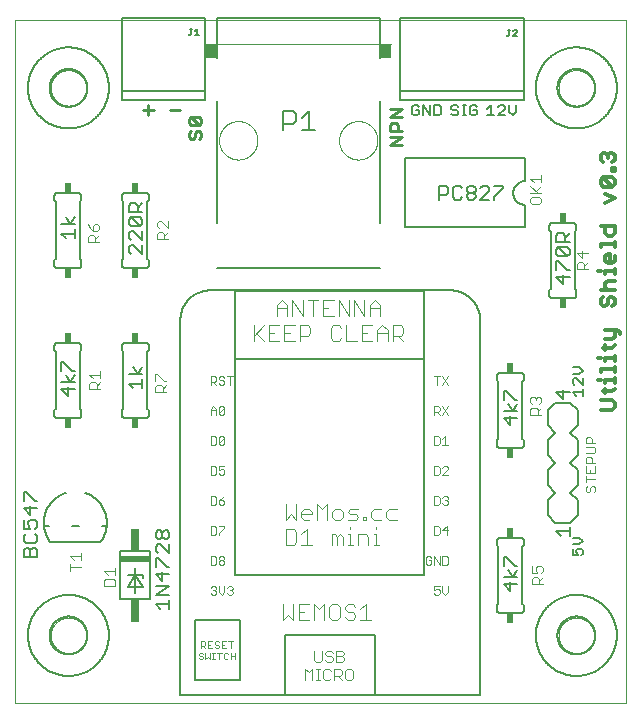
<source format=gto>
G75*
%MOIN*%
%OFA0B0*%
%FSLAX25Y25*%
%IPPOS*%
%LPD*%
%AMOC8*
5,1,8,0,0,1.08239X$1,22.5*
%
%ADD10C,0.00000*%
%ADD11C,0.01200*%
%ADD12C,0.00800*%
%ADD13C,0.00500*%
%ADD14C,0.00900*%
%ADD15C,0.01000*%
%ADD16C,0.00600*%
%ADD17R,0.02400X0.03400*%
%ADD18C,0.00400*%
%ADD19C,0.00200*%
%ADD20C,0.00300*%
%ADD21C,0.00039*%
%ADD22R,0.03642X0.05091*%
%ADD23R,0.10000X0.02000*%
%ADD24R,0.03000X0.07500*%
D10*
X0001800Y0001800D02*
X0001800Y0229261D01*
X0205501Y0229261D01*
X0205501Y0001800D01*
X0001800Y0001800D01*
X0013611Y0024300D02*
X0013613Y0024453D01*
X0013619Y0024607D01*
X0013629Y0024760D01*
X0013643Y0024912D01*
X0013661Y0025065D01*
X0013683Y0025216D01*
X0013708Y0025367D01*
X0013738Y0025518D01*
X0013772Y0025668D01*
X0013809Y0025816D01*
X0013850Y0025964D01*
X0013895Y0026110D01*
X0013944Y0026256D01*
X0013997Y0026400D01*
X0014053Y0026542D01*
X0014113Y0026683D01*
X0014177Y0026823D01*
X0014244Y0026961D01*
X0014315Y0027097D01*
X0014390Y0027231D01*
X0014467Y0027363D01*
X0014549Y0027493D01*
X0014633Y0027621D01*
X0014721Y0027747D01*
X0014812Y0027870D01*
X0014906Y0027991D01*
X0015004Y0028109D01*
X0015104Y0028225D01*
X0015208Y0028338D01*
X0015314Y0028449D01*
X0015423Y0028557D01*
X0015535Y0028662D01*
X0015649Y0028763D01*
X0015767Y0028862D01*
X0015886Y0028958D01*
X0016008Y0029051D01*
X0016133Y0029140D01*
X0016260Y0029227D01*
X0016389Y0029309D01*
X0016520Y0029389D01*
X0016653Y0029465D01*
X0016788Y0029538D01*
X0016925Y0029607D01*
X0017064Y0029672D01*
X0017204Y0029734D01*
X0017346Y0029792D01*
X0017489Y0029847D01*
X0017634Y0029898D01*
X0017780Y0029945D01*
X0017927Y0029988D01*
X0018075Y0030027D01*
X0018224Y0030063D01*
X0018374Y0030094D01*
X0018525Y0030122D01*
X0018676Y0030146D01*
X0018829Y0030166D01*
X0018981Y0030182D01*
X0019134Y0030194D01*
X0019287Y0030202D01*
X0019440Y0030206D01*
X0019594Y0030206D01*
X0019747Y0030202D01*
X0019900Y0030194D01*
X0020053Y0030182D01*
X0020205Y0030166D01*
X0020358Y0030146D01*
X0020509Y0030122D01*
X0020660Y0030094D01*
X0020810Y0030063D01*
X0020959Y0030027D01*
X0021107Y0029988D01*
X0021254Y0029945D01*
X0021400Y0029898D01*
X0021545Y0029847D01*
X0021688Y0029792D01*
X0021830Y0029734D01*
X0021970Y0029672D01*
X0022109Y0029607D01*
X0022246Y0029538D01*
X0022381Y0029465D01*
X0022514Y0029389D01*
X0022645Y0029309D01*
X0022774Y0029227D01*
X0022901Y0029140D01*
X0023026Y0029051D01*
X0023148Y0028958D01*
X0023267Y0028862D01*
X0023385Y0028763D01*
X0023499Y0028662D01*
X0023611Y0028557D01*
X0023720Y0028449D01*
X0023826Y0028338D01*
X0023930Y0028225D01*
X0024030Y0028109D01*
X0024128Y0027991D01*
X0024222Y0027870D01*
X0024313Y0027747D01*
X0024401Y0027621D01*
X0024485Y0027493D01*
X0024567Y0027363D01*
X0024644Y0027231D01*
X0024719Y0027097D01*
X0024790Y0026961D01*
X0024857Y0026823D01*
X0024921Y0026683D01*
X0024981Y0026542D01*
X0025037Y0026400D01*
X0025090Y0026256D01*
X0025139Y0026110D01*
X0025184Y0025964D01*
X0025225Y0025816D01*
X0025262Y0025668D01*
X0025296Y0025518D01*
X0025326Y0025367D01*
X0025351Y0025216D01*
X0025373Y0025065D01*
X0025391Y0024912D01*
X0025405Y0024760D01*
X0025415Y0024607D01*
X0025421Y0024453D01*
X0025423Y0024300D01*
X0025421Y0024147D01*
X0025415Y0023993D01*
X0025405Y0023840D01*
X0025391Y0023688D01*
X0025373Y0023535D01*
X0025351Y0023384D01*
X0025326Y0023233D01*
X0025296Y0023082D01*
X0025262Y0022932D01*
X0025225Y0022784D01*
X0025184Y0022636D01*
X0025139Y0022490D01*
X0025090Y0022344D01*
X0025037Y0022200D01*
X0024981Y0022058D01*
X0024921Y0021917D01*
X0024857Y0021777D01*
X0024790Y0021639D01*
X0024719Y0021503D01*
X0024644Y0021369D01*
X0024567Y0021237D01*
X0024485Y0021107D01*
X0024401Y0020979D01*
X0024313Y0020853D01*
X0024222Y0020730D01*
X0024128Y0020609D01*
X0024030Y0020491D01*
X0023930Y0020375D01*
X0023826Y0020262D01*
X0023720Y0020151D01*
X0023611Y0020043D01*
X0023499Y0019938D01*
X0023385Y0019837D01*
X0023267Y0019738D01*
X0023148Y0019642D01*
X0023026Y0019549D01*
X0022901Y0019460D01*
X0022774Y0019373D01*
X0022645Y0019291D01*
X0022514Y0019211D01*
X0022381Y0019135D01*
X0022246Y0019062D01*
X0022109Y0018993D01*
X0021970Y0018928D01*
X0021830Y0018866D01*
X0021688Y0018808D01*
X0021545Y0018753D01*
X0021400Y0018702D01*
X0021254Y0018655D01*
X0021107Y0018612D01*
X0020959Y0018573D01*
X0020810Y0018537D01*
X0020660Y0018506D01*
X0020509Y0018478D01*
X0020358Y0018454D01*
X0020205Y0018434D01*
X0020053Y0018418D01*
X0019900Y0018406D01*
X0019747Y0018398D01*
X0019594Y0018394D01*
X0019440Y0018394D01*
X0019287Y0018398D01*
X0019134Y0018406D01*
X0018981Y0018418D01*
X0018829Y0018434D01*
X0018676Y0018454D01*
X0018525Y0018478D01*
X0018374Y0018506D01*
X0018224Y0018537D01*
X0018075Y0018573D01*
X0017927Y0018612D01*
X0017780Y0018655D01*
X0017634Y0018702D01*
X0017489Y0018753D01*
X0017346Y0018808D01*
X0017204Y0018866D01*
X0017064Y0018928D01*
X0016925Y0018993D01*
X0016788Y0019062D01*
X0016653Y0019135D01*
X0016520Y0019211D01*
X0016389Y0019291D01*
X0016260Y0019373D01*
X0016133Y0019460D01*
X0016008Y0019549D01*
X0015886Y0019642D01*
X0015767Y0019738D01*
X0015649Y0019837D01*
X0015535Y0019938D01*
X0015423Y0020043D01*
X0015314Y0020151D01*
X0015208Y0020262D01*
X0015104Y0020375D01*
X0015004Y0020491D01*
X0014906Y0020609D01*
X0014812Y0020730D01*
X0014721Y0020853D01*
X0014633Y0020979D01*
X0014549Y0021107D01*
X0014467Y0021237D01*
X0014390Y0021369D01*
X0014315Y0021503D01*
X0014244Y0021639D01*
X0014177Y0021777D01*
X0014113Y0021917D01*
X0014053Y0022058D01*
X0013997Y0022200D01*
X0013944Y0022344D01*
X0013895Y0022490D01*
X0013850Y0022636D01*
X0013809Y0022784D01*
X0013772Y0022932D01*
X0013738Y0023082D01*
X0013708Y0023233D01*
X0013683Y0023384D01*
X0013661Y0023535D01*
X0013643Y0023688D01*
X0013629Y0023840D01*
X0013619Y0023993D01*
X0013613Y0024147D01*
X0013611Y0024300D01*
X0069731Y0189300D02*
X0069733Y0189460D01*
X0069739Y0189619D01*
X0069749Y0189778D01*
X0069763Y0189937D01*
X0069781Y0190096D01*
X0069802Y0190254D01*
X0069828Y0190411D01*
X0069858Y0190568D01*
X0069891Y0190724D01*
X0069929Y0190879D01*
X0069970Y0191033D01*
X0070015Y0191186D01*
X0070064Y0191338D01*
X0070117Y0191489D01*
X0070173Y0191638D01*
X0070234Y0191786D01*
X0070297Y0191932D01*
X0070365Y0192077D01*
X0070436Y0192220D01*
X0070510Y0192361D01*
X0070588Y0192500D01*
X0070670Y0192637D01*
X0070755Y0192772D01*
X0070843Y0192905D01*
X0070935Y0193036D01*
X0071029Y0193164D01*
X0071127Y0193290D01*
X0071228Y0193414D01*
X0071332Y0193535D01*
X0071439Y0193653D01*
X0071549Y0193769D01*
X0071662Y0193882D01*
X0071778Y0193992D01*
X0071896Y0194099D01*
X0072017Y0194203D01*
X0072141Y0194304D01*
X0072267Y0194402D01*
X0072395Y0194496D01*
X0072526Y0194588D01*
X0072659Y0194676D01*
X0072794Y0194761D01*
X0072931Y0194843D01*
X0073070Y0194921D01*
X0073211Y0194995D01*
X0073354Y0195066D01*
X0073499Y0195134D01*
X0073645Y0195197D01*
X0073793Y0195258D01*
X0073942Y0195314D01*
X0074093Y0195367D01*
X0074245Y0195416D01*
X0074398Y0195461D01*
X0074552Y0195502D01*
X0074707Y0195540D01*
X0074863Y0195573D01*
X0075020Y0195603D01*
X0075177Y0195629D01*
X0075335Y0195650D01*
X0075494Y0195668D01*
X0075653Y0195682D01*
X0075812Y0195692D01*
X0075971Y0195698D01*
X0076131Y0195700D01*
X0076291Y0195698D01*
X0076450Y0195692D01*
X0076609Y0195682D01*
X0076768Y0195668D01*
X0076927Y0195650D01*
X0077085Y0195629D01*
X0077242Y0195603D01*
X0077399Y0195573D01*
X0077555Y0195540D01*
X0077710Y0195502D01*
X0077864Y0195461D01*
X0078017Y0195416D01*
X0078169Y0195367D01*
X0078320Y0195314D01*
X0078469Y0195258D01*
X0078617Y0195197D01*
X0078763Y0195134D01*
X0078908Y0195066D01*
X0079051Y0194995D01*
X0079192Y0194921D01*
X0079331Y0194843D01*
X0079468Y0194761D01*
X0079603Y0194676D01*
X0079736Y0194588D01*
X0079867Y0194496D01*
X0079995Y0194402D01*
X0080121Y0194304D01*
X0080245Y0194203D01*
X0080366Y0194099D01*
X0080484Y0193992D01*
X0080600Y0193882D01*
X0080713Y0193769D01*
X0080823Y0193653D01*
X0080930Y0193535D01*
X0081034Y0193414D01*
X0081135Y0193290D01*
X0081233Y0193164D01*
X0081327Y0193036D01*
X0081419Y0192905D01*
X0081507Y0192772D01*
X0081592Y0192637D01*
X0081674Y0192500D01*
X0081752Y0192361D01*
X0081826Y0192220D01*
X0081897Y0192077D01*
X0081965Y0191932D01*
X0082028Y0191786D01*
X0082089Y0191638D01*
X0082145Y0191489D01*
X0082198Y0191338D01*
X0082247Y0191186D01*
X0082292Y0191033D01*
X0082333Y0190879D01*
X0082371Y0190724D01*
X0082404Y0190568D01*
X0082434Y0190411D01*
X0082460Y0190254D01*
X0082481Y0190096D01*
X0082499Y0189937D01*
X0082513Y0189778D01*
X0082523Y0189619D01*
X0082529Y0189460D01*
X0082531Y0189300D01*
X0082529Y0189140D01*
X0082523Y0188981D01*
X0082513Y0188822D01*
X0082499Y0188663D01*
X0082481Y0188504D01*
X0082460Y0188346D01*
X0082434Y0188189D01*
X0082404Y0188032D01*
X0082371Y0187876D01*
X0082333Y0187721D01*
X0082292Y0187567D01*
X0082247Y0187414D01*
X0082198Y0187262D01*
X0082145Y0187111D01*
X0082089Y0186962D01*
X0082028Y0186814D01*
X0081965Y0186668D01*
X0081897Y0186523D01*
X0081826Y0186380D01*
X0081752Y0186239D01*
X0081674Y0186100D01*
X0081592Y0185963D01*
X0081507Y0185828D01*
X0081419Y0185695D01*
X0081327Y0185564D01*
X0081233Y0185436D01*
X0081135Y0185310D01*
X0081034Y0185186D01*
X0080930Y0185065D01*
X0080823Y0184947D01*
X0080713Y0184831D01*
X0080600Y0184718D01*
X0080484Y0184608D01*
X0080366Y0184501D01*
X0080245Y0184397D01*
X0080121Y0184296D01*
X0079995Y0184198D01*
X0079867Y0184104D01*
X0079736Y0184012D01*
X0079603Y0183924D01*
X0079468Y0183839D01*
X0079331Y0183757D01*
X0079192Y0183679D01*
X0079051Y0183605D01*
X0078908Y0183534D01*
X0078763Y0183466D01*
X0078617Y0183403D01*
X0078469Y0183342D01*
X0078320Y0183286D01*
X0078169Y0183233D01*
X0078017Y0183184D01*
X0077864Y0183139D01*
X0077710Y0183098D01*
X0077555Y0183060D01*
X0077399Y0183027D01*
X0077242Y0182997D01*
X0077085Y0182971D01*
X0076927Y0182950D01*
X0076768Y0182932D01*
X0076609Y0182918D01*
X0076450Y0182908D01*
X0076291Y0182902D01*
X0076131Y0182900D01*
X0075971Y0182902D01*
X0075812Y0182908D01*
X0075653Y0182918D01*
X0075494Y0182932D01*
X0075335Y0182950D01*
X0075177Y0182971D01*
X0075020Y0182997D01*
X0074863Y0183027D01*
X0074707Y0183060D01*
X0074552Y0183098D01*
X0074398Y0183139D01*
X0074245Y0183184D01*
X0074093Y0183233D01*
X0073942Y0183286D01*
X0073793Y0183342D01*
X0073645Y0183403D01*
X0073499Y0183466D01*
X0073354Y0183534D01*
X0073211Y0183605D01*
X0073070Y0183679D01*
X0072931Y0183757D01*
X0072794Y0183839D01*
X0072659Y0183924D01*
X0072526Y0184012D01*
X0072395Y0184104D01*
X0072267Y0184198D01*
X0072141Y0184296D01*
X0072017Y0184397D01*
X0071896Y0184501D01*
X0071778Y0184608D01*
X0071662Y0184718D01*
X0071549Y0184831D01*
X0071439Y0184947D01*
X0071332Y0185065D01*
X0071228Y0185186D01*
X0071127Y0185310D01*
X0071029Y0185436D01*
X0070935Y0185564D01*
X0070843Y0185695D01*
X0070755Y0185828D01*
X0070670Y0185963D01*
X0070588Y0186100D01*
X0070510Y0186239D01*
X0070436Y0186380D01*
X0070365Y0186523D01*
X0070297Y0186668D01*
X0070234Y0186814D01*
X0070173Y0186962D01*
X0070117Y0187111D01*
X0070064Y0187262D01*
X0070015Y0187414D01*
X0069970Y0187567D01*
X0069929Y0187721D01*
X0069891Y0187876D01*
X0069858Y0188032D01*
X0069828Y0188189D01*
X0069802Y0188346D01*
X0069781Y0188504D01*
X0069763Y0188663D01*
X0069749Y0188822D01*
X0069739Y0188981D01*
X0069733Y0189140D01*
X0069731Y0189300D01*
X0109731Y0189300D02*
X0109733Y0189460D01*
X0109739Y0189619D01*
X0109749Y0189778D01*
X0109763Y0189937D01*
X0109781Y0190096D01*
X0109802Y0190254D01*
X0109828Y0190411D01*
X0109858Y0190568D01*
X0109891Y0190724D01*
X0109929Y0190879D01*
X0109970Y0191033D01*
X0110015Y0191186D01*
X0110064Y0191338D01*
X0110117Y0191489D01*
X0110173Y0191638D01*
X0110234Y0191786D01*
X0110297Y0191932D01*
X0110365Y0192077D01*
X0110436Y0192220D01*
X0110510Y0192361D01*
X0110588Y0192500D01*
X0110670Y0192637D01*
X0110755Y0192772D01*
X0110843Y0192905D01*
X0110935Y0193036D01*
X0111029Y0193164D01*
X0111127Y0193290D01*
X0111228Y0193414D01*
X0111332Y0193535D01*
X0111439Y0193653D01*
X0111549Y0193769D01*
X0111662Y0193882D01*
X0111778Y0193992D01*
X0111896Y0194099D01*
X0112017Y0194203D01*
X0112141Y0194304D01*
X0112267Y0194402D01*
X0112395Y0194496D01*
X0112526Y0194588D01*
X0112659Y0194676D01*
X0112794Y0194761D01*
X0112931Y0194843D01*
X0113070Y0194921D01*
X0113211Y0194995D01*
X0113354Y0195066D01*
X0113499Y0195134D01*
X0113645Y0195197D01*
X0113793Y0195258D01*
X0113942Y0195314D01*
X0114093Y0195367D01*
X0114245Y0195416D01*
X0114398Y0195461D01*
X0114552Y0195502D01*
X0114707Y0195540D01*
X0114863Y0195573D01*
X0115020Y0195603D01*
X0115177Y0195629D01*
X0115335Y0195650D01*
X0115494Y0195668D01*
X0115653Y0195682D01*
X0115812Y0195692D01*
X0115971Y0195698D01*
X0116131Y0195700D01*
X0116291Y0195698D01*
X0116450Y0195692D01*
X0116609Y0195682D01*
X0116768Y0195668D01*
X0116927Y0195650D01*
X0117085Y0195629D01*
X0117242Y0195603D01*
X0117399Y0195573D01*
X0117555Y0195540D01*
X0117710Y0195502D01*
X0117864Y0195461D01*
X0118017Y0195416D01*
X0118169Y0195367D01*
X0118320Y0195314D01*
X0118469Y0195258D01*
X0118617Y0195197D01*
X0118763Y0195134D01*
X0118908Y0195066D01*
X0119051Y0194995D01*
X0119192Y0194921D01*
X0119331Y0194843D01*
X0119468Y0194761D01*
X0119603Y0194676D01*
X0119736Y0194588D01*
X0119867Y0194496D01*
X0119995Y0194402D01*
X0120121Y0194304D01*
X0120245Y0194203D01*
X0120366Y0194099D01*
X0120484Y0193992D01*
X0120600Y0193882D01*
X0120713Y0193769D01*
X0120823Y0193653D01*
X0120930Y0193535D01*
X0121034Y0193414D01*
X0121135Y0193290D01*
X0121233Y0193164D01*
X0121327Y0193036D01*
X0121419Y0192905D01*
X0121507Y0192772D01*
X0121592Y0192637D01*
X0121674Y0192500D01*
X0121752Y0192361D01*
X0121826Y0192220D01*
X0121897Y0192077D01*
X0121965Y0191932D01*
X0122028Y0191786D01*
X0122089Y0191638D01*
X0122145Y0191489D01*
X0122198Y0191338D01*
X0122247Y0191186D01*
X0122292Y0191033D01*
X0122333Y0190879D01*
X0122371Y0190724D01*
X0122404Y0190568D01*
X0122434Y0190411D01*
X0122460Y0190254D01*
X0122481Y0190096D01*
X0122499Y0189937D01*
X0122513Y0189778D01*
X0122523Y0189619D01*
X0122529Y0189460D01*
X0122531Y0189300D01*
X0122529Y0189140D01*
X0122523Y0188981D01*
X0122513Y0188822D01*
X0122499Y0188663D01*
X0122481Y0188504D01*
X0122460Y0188346D01*
X0122434Y0188189D01*
X0122404Y0188032D01*
X0122371Y0187876D01*
X0122333Y0187721D01*
X0122292Y0187567D01*
X0122247Y0187414D01*
X0122198Y0187262D01*
X0122145Y0187111D01*
X0122089Y0186962D01*
X0122028Y0186814D01*
X0121965Y0186668D01*
X0121897Y0186523D01*
X0121826Y0186380D01*
X0121752Y0186239D01*
X0121674Y0186100D01*
X0121592Y0185963D01*
X0121507Y0185828D01*
X0121419Y0185695D01*
X0121327Y0185564D01*
X0121233Y0185436D01*
X0121135Y0185310D01*
X0121034Y0185186D01*
X0120930Y0185065D01*
X0120823Y0184947D01*
X0120713Y0184831D01*
X0120600Y0184718D01*
X0120484Y0184608D01*
X0120366Y0184501D01*
X0120245Y0184397D01*
X0120121Y0184296D01*
X0119995Y0184198D01*
X0119867Y0184104D01*
X0119736Y0184012D01*
X0119603Y0183924D01*
X0119468Y0183839D01*
X0119331Y0183757D01*
X0119192Y0183679D01*
X0119051Y0183605D01*
X0118908Y0183534D01*
X0118763Y0183466D01*
X0118617Y0183403D01*
X0118469Y0183342D01*
X0118320Y0183286D01*
X0118169Y0183233D01*
X0118017Y0183184D01*
X0117864Y0183139D01*
X0117710Y0183098D01*
X0117555Y0183060D01*
X0117399Y0183027D01*
X0117242Y0182997D01*
X0117085Y0182971D01*
X0116927Y0182950D01*
X0116768Y0182932D01*
X0116609Y0182918D01*
X0116450Y0182908D01*
X0116291Y0182902D01*
X0116131Y0182900D01*
X0115971Y0182902D01*
X0115812Y0182908D01*
X0115653Y0182918D01*
X0115494Y0182932D01*
X0115335Y0182950D01*
X0115177Y0182971D01*
X0115020Y0182997D01*
X0114863Y0183027D01*
X0114707Y0183060D01*
X0114552Y0183098D01*
X0114398Y0183139D01*
X0114245Y0183184D01*
X0114093Y0183233D01*
X0113942Y0183286D01*
X0113793Y0183342D01*
X0113645Y0183403D01*
X0113499Y0183466D01*
X0113354Y0183534D01*
X0113211Y0183605D01*
X0113070Y0183679D01*
X0112931Y0183757D01*
X0112794Y0183839D01*
X0112659Y0183924D01*
X0112526Y0184012D01*
X0112395Y0184104D01*
X0112267Y0184198D01*
X0112141Y0184296D01*
X0112017Y0184397D01*
X0111896Y0184501D01*
X0111778Y0184608D01*
X0111662Y0184718D01*
X0111549Y0184831D01*
X0111439Y0184947D01*
X0111332Y0185065D01*
X0111228Y0185186D01*
X0111127Y0185310D01*
X0111029Y0185436D01*
X0110935Y0185564D01*
X0110843Y0185695D01*
X0110755Y0185828D01*
X0110670Y0185963D01*
X0110588Y0186100D01*
X0110510Y0186239D01*
X0110436Y0186380D01*
X0110365Y0186523D01*
X0110297Y0186668D01*
X0110234Y0186814D01*
X0110173Y0186962D01*
X0110117Y0187111D01*
X0110064Y0187262D01*
X0110015Y0187414D01*
X0109970Y0187567D01*
X0109929Y0187721D01*
X0109891Y0187876D01*
X0109858Y0188032D01*
X0109828Y0188189D01*
X0109802Y0188346D01*
X0109781Y0188504D01*
X0109763Y0188663D01*
X0109749Y0188822D01*
X0109739Y0188981D01*
X0109733Y0189140D01*
X0109731Y0189300D01*
X0182902Y0206800D02*
X0182904Y0206953D01*
X0182910Y0207107D01*
X0182920Y0207260D01*
X0182934Y0207412D01*
X0182952Y0207565D01*
X0182974Y0207716D01*
X0182999Y0207867D01*
X0183029Y0208018D01*
X0183063Y0208168D01*
X0183100Y0208316D01*
X0183141Y0208464D01*
X0183186Y0208610D01*
X0183235Y0208756D01*
X0183288Y0208900D01*
X0183344Y0209042D01*
X0183404Y0209183D01*
X0183468Y0209323D01*
X0183535Y0209461D01*
X0183606Y0209597D01*
X0183681Y0209731D01*
X0183758Y0209863D01*
X0183840Y0209993D01*
X0183924Y0210121D01*
X0184012Y0210247D01*
X0184103Y0210370D01*
X0184197Y0210491D01*
X0184295Y0210609D01*
X0184395Y0210725D01*
X0184499Y0210838D01*
X0184605Y0210949D01*
X0184714Y0211057D01*
X0184826Y0211162D01*
X0184940Y0211263D01*
X0185058Y0211362D01*
X0185177Y0211458D01*
X0185299Y0211551D01*
X0185424Y0211640D01*
X0185551Y0211727D01*
X0185680Y0211809D01*
X0185811Y0211889D01*
X0185944Y0211965D01*
X0186079Y0212038D01*
X0186216Y0212107D01*
X0186355Y0212172D01*
X0186495Y0212234D01*
X0186637Y0212292D01*
X0186780Y0212347D01*
X0186925Y0212398D01*
X0187071Y0212445D01*
X0187218Y0212488D01*
X0187366Y0212527D01*
X0187515Y0212563D01*
X0187665Y0212594D01*
X0187816Y0212622D01*
X0187967Y0212646D01*
X0188120Y0212666D01*
X0188272Y0212682D01*
X0188425Y0212694D01*
X0188578Y0212702D01*
X0188731Y0212706D01*
X0188885Y0212706D01*
X0189038Y0212702D01*
X0189191Y0212694D01*
X0189344Y0212682D01*
X0189496Y0212666D01*
X0189649Y0212646D01*
X0189800Y0212622D01*
X0189951Y0212594D01*
X0190101Y0212563D01*
X0190250Y0212527D01*
X0190398Y0212488D01*
X0190545Y0212445D01*
X0190691Y0212398D01*
X0190836Y0212347D01*
X0190979Y0212292D01*
X0191121Y0212234D01*
X0191261Y0212172D01*
X0191400Y0212107D01*
X0191537Y0212038D01*
X0191672Y0211965D01*
X0191805Y0211889D01*
X0191936Y0211809D01*
X0192065Y0211727D01*
X0192192Y0211640D01*
X0192317Y0211551D01*
X0192439Y0211458D01*
X0192558Y0211362D01*
X0192676Y0211263D01*
X0192790Y0211162D01*
X0192902Y0211057D01*
X0193011Y0210949D01*
X0193117Y0210838D01*
X0193221Y0210725D01*
X0193321Y0210609D01*
X0193419Y0210491D01*
X0193513Y0210370D01*
X0193604Y0210247D01*
X0193692Y0210121D01*
X0193776Y0209993D01*
X0193858Y0209863D01*
X0193935Y0209731D01*
X0194010Y0209597D01*
X0194081Y0209461D01*
X0194148Y0209323D01*
X0194212Y0209183D01*
X0194272Y0209042D01*
X0194328Y0208900D01*
X0194381Y0208756D01*
X0194430Y0208610D01*
X0194475Y0208464D01*
X0194516Y0208316D01*
X0194553Y0208168D01*
X0194587Y0208018D01*
X0194617Y0207867D01*
X0194642Y0207716D01*
X0194664Y0207565D01*
X0194682Y0207412D01*
X0194696Y0207260D01*
X0194706Y0207107D01*
X0194712Y0206953D01*
X0194714Y0206800D01*
X0194712Y0206647D01*
X0194706Y0206493D01*
X0194696Y0206340D01*
X0194682Y0206188D01*
X0194664Y0206035D01*
X0194642Y0205884D01*
X0194617Y0205733D01*
X0194587Y0205582D01*
X0194553Y0205432D01*
X0194516Y0205284D01*
X0194475Y0205136D01*
X0194430Y0204990D01*
X0194381Y0204844D01*
X0194328Y0204700D01*
X0194272Y0204558D01*
X0194212Y0204417D01*
X0194148Y0204277D01*
X0194081Y0204139D01*
X0194010Y0204003D01*
X0193935Y0203869D01*
X0193858Y0203737D01*
X0193776Y0203607D01*
X0193692Y0203479D01*
X0193604Y0203353D01*
X0193513Y0203230D01*
X0193419Y0203109D01*
X0193321Y0202991D01*
X0193221Y0202875D01*
X0193117Y0202762D01*
X0193011Y0202651D01*
X0192902Y0202543D01*
X0192790Y0202438D01*
X0192676Y0202337D01*
X0192558Y0202238D01*
X0192439Y0202142D01*
X0192317Y0202049D01*
X0192192Y0201960D01*
X0192065Y0201873D01*
X0191936Y0201791D01*
X0191805Y0201711D01*
X0191672Y0201635D01*
X0191537Y0201562D01*
X0191400Y0201493D01*
X0191261Y0201428D01*
X0191121Y0201366D01*
X0190979Y0201308D01*
X0190836Y0201253D01*
X0190691Y0201202D01*
X0190545Y0201155D01*
X0190398Y0201112D01*
X0190250Y0201073D01*
X0190101Y0201037D01*
X0189951Y0201006D01*
X0189800Y0200978D01*
X0189649Y0200954D01*
X0189496Y0200934D01*
X0189344Y0200918D01*
X0189191Y0200906D01*
X0189038Y0200898D01*
X0188885Y0200894D01*
X0188731Y0200894D01*
X0188578Y0200898D01*
X0188425Y0200906D01*
X0188272Y0200918D01*
X0188120Y0200934D01*
X0187967Y0200954D01*
X0187816Y0200978D01*
X0187665Y0201006D01*
X0187515Y0201037D01*
X0187366Y0201073D01*
X0187218Y0201112D01*
X0187071Y0201155D01*
X0186925Y0201202D01*
X0186780Y0201253D01*
X0186637Y0201308D01*
X0186495Y0201366D01*
X0186355Y0201428D01*
X0186216Y0201493D01*
X0186079Y0201562D01*
X0185944Y0201635D01*
X0185811Y0201711D01*
X0185680Y0201791D01*
X0185551Y0201873D01*
X0185424Y0201960D01*
X0185299Y0202049D01*
X0185177Y0202142D01*
X0185058Y0202238D01*
X0184940Y0202337D01*
X0184826Y0202438D01*
X0184714Y0202543D01*
X0184605Y0202651D01*
X0184499Y0202762D01*
X0184395Y0202875D01*
X0184295Y0202991D01*
X0184197Y0203109D01*
X0184103Y0203230D01*
X0184012Y0203353D01*
X0183924Y0203479D01*
X0183840Y0203607D01*
X0183758Y0203737D01*
X0183681Y0203869D01*
X0183606Y0204003D01*
X0183535Y0204139D01*
X0183468Y0204277D01*
X0183404Y0204417D01*
X0183344Y0204558D01*
X0183288Y0204700D01*
X0183235Y0204844D01*
X0183186Y0204990D01*
X0183141Y0205136D01*
X0183100Y0205284D01*
X0183063Y0205432D01*
X0183029Y0205582D01*
X0182999Y0205733D01*
X0182974Y0205884D01*
X0182952Y0206035D01*
X0182934Y0206188D01*
X0182920Y0206340D01*
X0182910Y0206493D01*
X0182904Y0206647D01*
X0182902Y0206800D01*
X0013611Y0206800D02*
X0013613Y0206953D01*
X0013619Y0207107D01*
X0013629Y0207260D01*
X0013643Y0207412D01*
X0013661Y0207565D01*
X0013683Y0207716D01*
X0013708Y0207867D01*
X0013738Y0208018D01*
X0013772Y0208168D01*
X0013809Y0208316D01*
X0013850Y0208464D01*
X0013895Y0208610D01*
X0013944Y0208756D01*
X0013997Y0208900D01*
X0014053Y0209042D01*
X0014113Y0209183D01*
X0014177Y0209323D01*
X0014244Y0209461D01*
X0014315Y0209597D01*
X0014390Y0209731D01*
X0014467Y0209863D01*
X0014549Y0209993D01*
X0014633Y0210121D01*
X0014721Y0210247D01*
X0014812Y0210370D01*
X0014906Y0210491D01*
X0015004Y0210609D01*
X0015104Y0210725D01*
X0015208Y0210838D01*
X0015314Y0210949D01*
X0015423Y0211057D01*
X0015535Y0211162D01*
X0015649Y0211263D01*
X0015767Y0211362D01*
X0015886Y0211458D01*
X0016008Y0211551D01*
X0016133Y0211640D01*
X0016260Y0211727D01*
X0016389Y0211809D01*
X0016520Y0211889D01*
X0016653Y0211965D01*
X0016788Y0212038D01*
X0016925Y0212107D01*
X0017064Y0212172D01*
X0017204Y0212234D01*
X0017346Y0212292D01*
X0017489Y0212347D01*
X0017634Y0212398D01*
X0017780Y0212445D01*
X0017927Y0212488D01*
X0018075Y0212527D01*
X0018224Y0212563D01*
X0018374Y0212594D01*
X0018525Y0212622D01*
X0018676Y0212646D01*
X0018829Y0212666D01*
X0018981Y0212682D01*
X0019134Y0212694D01*
X0019287Y0212702D01*
X0019440Y0212706D01*
X0019594Y0212706D01*
X0019747Y0212702D01*
X0019900Y0212694D01*
X0020053Y0212682D01*
X0020205Y0212666D01*
X0020358Y0212646D01*
X0020509Y0212622D01*
X0020660Y0212594D01*
X0020810Y0212563D01*
X0020959Y0212527D01*
X0021107Y0212488D01*
X0021254Y0212445D01*
X0021400Y0212398D01*
X0021545Y0212347D01*
X0021688Y0212292D01*
X0021830Y0212234D01*
X0021970Y0212172D01*
X0022109Y0212107D01*
X0022246Y0212038D01*
X0022381Y0211965D01*
X0022514Y0211889D01*
X0022645Y0211809D01*
X0022774Y0211727D01*
X0022901Y0211640D01*
X0023026Y0211551D01*
X0023148Y0211458D01*
X0023267Y0211362D01*
X0023385Y0211263D01*
X0023499Y0211162D01*
X0023611Y0211057D01*
X0023720Y0210949D01*
X0023826Y0210838D01*
X0023930Y0210725D01*
X0024030Y0210609D01*
X0024128Y0210491D01*
X0024222Y0210370D01*
X0024313Y0210247D01*
X0024401Y0210121D01*
X0024485Y0209993D01*
X0024567Y0209863D01*
X0024644Y0209731D01*
X0024719Y0209597D01*
X0024790Y0209461D01*
X0024857Y0209323D01*
X0024921Y0209183D01*
X0024981Y0209042D01*
X0025037Y0208900D01*
X0025090Y0208756D01*
X0025139Y0208610D01*
X0025184Y0208464D01*
X0025225Y0208316D01*
X0025262Y0208168D01*
X0025296Y0208018D01*
X0025326Y0207867D01*
X0025351Y0207716D01*
X0025373Y0207565D01*
X0025391Y0207412D01*
X0025405Y0207260D01*
X0025415Y0207107D01*
X0025421Y0206953D01*
X0025423Y0206800D01*
X0025421Y0206647D01*
X0025415Y0206493D01*
X0025405Y0206340D01*
X0025391Y0206188D01*
X0025373Y0206035D01*
X0025351Y0205884D01*
X0025326Y0205733D01*
X0025296Y0205582D01*
X0025262Y0205432D01*
X0025225Y0205284D01*
X0025184Y0205136D01*
X0025139Y0204990D01*
X0025090Y0204844D01*
X0025037Y0204700D01*
X0024981Y0204558D01*
X0024921Y0204417D01*
X0024857Y0204277D01*
X0024790Y0204139D01*
X0024719Y0204003D01*
X0024644Y0203869D01*
X0024567Y0203737D01*
X0024485Y0203607D01*
X0024401Y0203479D01*
X0024313Y0203353D01*
X0024222Y0203230D01*
X0024128Y0203109D01*
X0024030Y0202991D01*
X0023930Y0202875D01*
X0023826Y0202762D01*
X0023720Y0202651D01*
X0023611Y0202543D01*
X0023499Y0202438D01*
X0023385Y0202337D01*
X0023267Y0202238D01*
X0023148Y0202142D01*
X0023026Y0202049D01*
X0022901Y0201960D01*
X0022774Y0201873D01*
X0022645Y0201791D01*
X0022514Y0201711D01*
X0022381Y0201635D01*
X0022246Y0201562D01*
X0022109Y0201493D01*
X0021970Y0201428D01*
X0021830Y0201366D01*
X0021688Y0201308D01*
X0021545Y0201253D01*
X0021400Y0201202D01*
X0021254Y0201155D01*
X0021107Y0201112D01*
X0020959Y0201073D01*
X0020810Y0201037D01*
X0020660Y0201006D01*
X0020509Y0200978D01*
X0020358Y0200954D01*
X0020205Y0200934D01*
X0020053Y0200918D01*
X0019900Y0200906D01*
X0019747Y0200898D01*
X0019594Y0200894D01*
X0019440Y0200894D01*
X0019287Y0200898D01*
X0019134Y0200906D01*
X0018981Y0200918D01*
X0018829Y0200934D01*
X0018676Y0200954D01*
X0018525Y0200978D01*
X0018374Y0201006D01*
X0018224Y0201037D01*
X0018075Y0201073D01*
X0017927Y0201112D01*
X0017780Y0201155D01*
X0017634Y0201202D01*
X0017489Y0201253D01*
X0017346Y0201308D01*
X0017204Y0201366D01*
X0017064Y0201428D01*
X0016925Y0201493D01*
X0016788Y0201562D01*
X0016653Y0201635D01*
X0016520Y0201711D01*
X0016389Y0201791D01*
X0016260Y0201873D01*
X0016133Y0201960D01*
X0016008Y0202049D01*
X0015886Y0202142D01*
X0015767Y0202238D01*
X0015649Y0202337D01*
X0015535Y0202438D01*
X0015423Y0202543D01*
X0015314Y0202651D01*
X0015208Y0202762D01*
X0015104Y0202875D01*
X0015004Y0202991D01*
X0014906Y0203109D01*
X0014812Y0203230D01*
X0014721Y0203353D01*
X0014633Y0203479D01*
X0014549Y0203607D01*
X0014467Y0203737D01*
X0014390Y0203869D01*
X0014315Y0204003D01*
X0014244Y0204139D01*
X0014177Y0204277D01*
X0014113Y0204417D01*
X0014053Y0204558D01*
X0013997Y0204700D01*
X0013944Y0204844D01*
X0013895Y0204990D01*
X0013850Y0205136D01*
X0013809Y0205284D01*
X0013772Y0205432D01*
X0013738Y0205582D01*
X0013708Y0205733D01*
X0013683Y0205884D01*
X0013661Y0206035D01*
X0013643Y0206188D01*
X0013629Y0206340D01*
X0013619Y0206493D01*
X0013613Y0206647D01*
X0013611Y0206800D01*
X0182902Y0024300D02*
X0182904Y0024453D01*
X0182910Y0024607D01*
X0182920Y0024760D01*
X0182934Y0024912D01*
X0182952Y0025065D01*
X0182974Y0025216D01*
X0182999Y0025367D01*
X0183029Y0025518D01*
X0183063Y0025668D01*
X0183100Y0025816D01*
X0183141Y0025964D01*
X0183186Y0026110D01*
X0183235Y0026256D01*
X0183288Y0026400D01*
X0183344Y0026542D01*
X0183404Y0026683D01*
X0183468Y0026823D01*
X0183535Y0026961D01*
X0183606Y0027097D01*
X0183681Y0027231D01*
X0183758Y0027363D01*
X0183840Y0027493D01*
X0183924Y0027621D01*
X0184012Y0027747D01*
X0184103Y0027870D01*
X0184197Y0027991D01*
X0184295Y0028109D01*
X0184395Y0028225D01*
X0184499Y0028338D01*
X0184605Y0028449D01*
X0184714Y0028557D01*
X0184826Y0028662D01*
X0184940Y0028763D01*
X0185058Y0028862D01*
X0185177Y0028958D01*
X0185299Y0029051D01*
X0185424Y0029140D01*
X0185551Y0029227D01*
X0185680Y0029309D01*
X0185811Y0029389D01*
X0185944Y0029465D01*
X0186079Y0029538D01*
X0186216Y0029607D01*
X0186355Y0029672D01*
X0186495Y0029734D01*
X0186637Y0029792D01*
X0186780Y0029847D01*
X0186925Y0029898D01*
X0187071Y0029945D01*
X0187218Y0029988D01*
X0187366Y0030027D01*
X0187515Y0030063D01*
X0187665Y0030094D01*
X0187816Y0030122D01*
X0187967Y0030146D01*
X0188120Y0030166D01*
X0188272Y0030182D01*
X0188425Y0030194D01*
X0188578Y0030202D01*
X0188731Y0030206D01*
X0188885Y0030206D01*
X0189038Y0030202D01*
X0189191Y0030194D01*
X0189344Y0030182D01*
X0189496Y0030166D01*
X0189649Y0030146D01*
X0189800Y0030122D01*
X0189951Y0030094D01*
X0190101Y0030063D01*
X0190250Y0030027D01*
X0190398Y0029988D01*
X0190545Y0029945D01*
X0190691Y0029898D01*
X0190836Y0029847D01*
X0190979Y0029792D01*
X0191121Y0029734D01*
X0191261Y0029672D01*
X0191400Y0029607D01*
X0191537Y0029538D01*
X0191672Y0029465D01*
X0191805Y0029389D01*
X0191936Y0029309D01*
X0192065Y0029227D01*
X0192192Y0029140D01*
X0192317Y0029051D01*
X0192439Y0028958D01*
X0192558Y0028862D01*
X0192676Y0028763D01*
X0192790Y0028662D01*
X0192902Y0028557D01*
X0193011Y0028449D01*
X0193117Y0028338D01*
X0193221Y0028225D01*
X0193321Y0028109D01*
X0193419Y0027991D01*
X0193513Y0027870D01*
X0193604Y0027747D01*
X0193692Y0027621D01*
X0193776Y0027493D01*
X0193858Y0027363D01*
X0193935Y0027231D01*
X0194010Y0027097D01*
X0194081Y0026961D01*
X0194148Y0026823D01*
X0194212Y0026683D01*
X0194272Y0026542D01*
X0194328Y0026400D01*
X0194381Y0026256D01*
X0194430Y0026110D01*
X0194475Y0025964D01*
X0194516Y0025816D01*
X0194553Y0025668D01*
X0194587Y0025518D01*
X0194617Y0025367D01*
X0194642Y0025216D01*
X0194664Y0025065D01*
X0194682Y0024912D01*
X0194696Y0024760D01*
X0194706Y0024607D01*
X0194712Y0024453D01*
X0194714Y0024300D01*
X0194712Y0024147D01*
X0194706Y0023993D01*
X0194696Y0023840D01*
X0194682Y0023688D01*
X0194664Y0023535D01*
X0194642Y0023384D01*
X0194617Y0023233D01*
X0194587Y0023082D01*
X0194553Y0022932D01*
X0194516Y0022784D01*
X0194475Y0022636D01*
X0194430Y0022490D01*
X0194381Y0022344D01*
X0194328Y0022200D01*
X0194272Y0022058D01*
X0194212Y0021917D01*
X0194148Y0021777D01*
X0194081Y0021639D01*
X0194010Y0021503D01*
X0193935Y0021369D01*
X0193858Y0021237D01*
X0193776Y0021107D01*
X0193692Y0020979D01*
X0193604Y0020853D01*
X0193513Y0020730D01*
X0193419Y0020609D01*
X0193321Y0020491D01*
X0193221Y0020375D01*
X0193117Y0020262D01*
X0193011Y0020151D01*
X0192902Y0020043D01*
X0192790Y0019938D01*
X0192676Y0019837D01*
X0192558Y0019738D01*
X0192439Y0019642D01*
X0192317Y0019549D01*
X0192192Y0019460D01*
X0192065Y0019373D01*
X0191936Y0019291D01*
X0191805Y0019211D01*
X0191672Y0019135D01*
X0191537Y0019062D01*
X0191400Y0018993D01*
X0191261Y0018928D01*
X0191121Y0018866D01*
X0190979Y0018808D01*
X0190836Y0018753D01*
X0190691Y0018702D01*
X0190545Y0018655D01*
X0190398Y0018612D01*
X0190250Y0018573D01*
X0190101Y0018537D01*
X0189951Y0018506D01*
X0189800Y0018478D01*
X0189649Y0018454D01*
X0189496Y0018434D01*
X0189344Y0018418D01*
X0189191Y0018406D01*
X0189038Y0018398D01*
X0188885Y0018394D01*
X0188731Y0018394D01*
X0188578Y0018398D01*
X0188425Y0018406D01*
X0188272Y0018418D01*
X0188120Y0018434D01*
X0187967Y0018454D01*
X0187816Y0018478D01*
X0187665Y0018506D01*
X0187515Y0018537D01*
X0187366Y0018573D01*
X0187218Y0018612D01*
X0187071Y0018655D01*
X0186925Y0018702D01*
X0186780Y0018753D01*
X0186637Y0018808D01*
X0186495Y0018866D01*
X0186355Y0018928D01*
X0186216Y0018993D01*
X0186079Y0019062D01*
X0185944Y0019135D01*
X0185811Y0019211D01*
X0185680Y0019291D01*
X0185551Y0019373D01*
X0185424Y0019460D01*
X0185299Y0019549D01*
X0185177Y0019642D01*
X0185058Y0019738D01*
X0184940Y0019837D01*
X0184826Y0019938D01*
X0184714Y0020043D01*
X0184605Y0020151D01*
X0184499Y0020262D01*
X0184395Y0020375D01*
X0184295Y0020491D01*
X0184197Y0020609D01*
X0184103Y0020730D01*
X0184012Y0020853D01*
X0183924Y0020979D01*
X0183840Y0021107D01*
X0183758Y0021237D01*
X0183681Y0021369D01*
X0183606Y0021503D01*
X0183535Y0021639D01*
X0183468Y0021777D01*
X0183404Y0021917D01*
X0183344Y0022058D01*
X0183288Y0022200D01*
X0183235Y0022344D01*
X0183186Y0022490D01*
X0183141Y0022636D01*
X0183100Y0022784D01*
X0183063Y0022932D01*
X0183029Y0023082D01*
X0182999Y0023233D01*
X0182974Y0023384D01*
X0182952Y0023535D01*
X0182934Y0023688D01*
X0182920Y0023840D01*
X0182910Y0023993D01*
X0182904Y0024147D01*
X0182902Y0024300D01*
D11*
X0196943Y0099490D02*
X0200868Y0099490D01*
X0201653Y0100275D01*
X0201653Y0101845D01*
X0200868Y0102630D01*
X0196943Y0102630D01*
X0198513Y0104928D02*
X0198513Y0106498D01*
X0197728Y0105713D02*
X0200868Y0105713D01*
X0201653Y0106498D01*
X0201653Y0108553D02*
X0201653Y0110123D01*
X0201653Y0109338D02*
X0198513Y0109338D01*
X0198513Y0108553D01*
X0196943Y0109338D02*
X0196158Y0109338D01*
X0196943Y0112178D02*
X0196943Y0112963D01*
X0201653Y0112963D01*
X0201653Y0112178D02*
X0201653Y0113748D01*
X0201653Y0115803D02*
X0201653Y0117373D01*
X0201653Y0116588D02*
X0198513Y0116588D01*
X0198513Y0115803D01*
X0196943Y0116588D02*
X0196158Y0116588D01*
X0198513Y0119428D02*
X0198513Y0120998D01*
X0197728Y0120213D02*
X0200868Y0120213D01*
X0201653Y0120998D01*
X0200868Y0123054D02*
X0198513Y0123054D01*
X0200868Y0123054D02*
X0201653Y0123839D01*
X0201653Y0126193D01*
X0202438Y0126193D02*
X0198513Y0126193D01*
X0202438Y0126193D02*
X0203223Y0125408D01*
X0203223Y0124623D01*
X0200868Y0133929D02*
X0201653Y0134714D01*
X0201653Y0136284D01*
X0200868Y0137069D01*
X0200083Y0137069D01*
X0199298Y0136284D01*
X0199298Y0134714D01*
X0198513Y0133929D01*
X0197728Y0133929D01*
X0196943Y0134714D01*
X0196943Y0136284D01*
X0197728Y0137069D01*
X0196943Y0139367D02*
X0201653Y0139367D01*
X0199298Y0139367D02*
X0198513Y0140152D01*
X0198513Y0141721D01*
X0199298Y0142506D01*
X0201653Y0142506D01*
X0201653Y0144804D02*
X0201653Y0146374D01*
X0201653Y0145589D02*
X0198513Y0145589D01*
X0198513Y0144804D01*
X0196943Y0145589D02*
X0196158Y0145589D01*
X0199298Y0148430D02*
X0198513Y0149214D01*
X0198513Y0150784D01*
X0199298Y0151569D01*
X0200083Y0151569D01*
X0200083Y0148430D01*
X0200868Y0148430D02*
X0199298Y0148430D01*
X0200868Y0148430D02*
X0201653Y0149214D01*
X0201653Y0150784D01*
X0201653Y0153867D02*
X0201653Y0155437D01*
X0201653Y0154652D02*
X0196943Y0154652D01*
X0196943Y0153867D01*
X0199298Y0157492D02*
X0198513Y0158277D01*
X0198513Y0160632D01*
X0196943Y0160632D02*
X0201653Y0160632D01*
X0201653Y0158277D01*
X0200868Y0157492D01*
X0199298Y0157492D01*
X0198513Y0168368D02*
X0201653Y0169938D01*
X0198513Y0171508D01*
X0197728Y0173806D02*
X0196943Y0174590D01*
X0196943Y0176160D01*
X0197728Y0176945D01*
X0200868Y0173806D01*
X0201653Y0174590D01*
X0201653Y0176160D01*
X0200868Y0176945D01*
X0197728Y0176945D01*
X0197728Y0173806D02*
X0200868Y0173806D01*
X0200868Y0179243D02*
X0200868Y0180028D01*
X0201653Y0180028D01*
X0201653Y0179243D01*
X0200868Y0179243D01*
X0200868Y0181962D02*
X0201653Y0182747D01*
X0201653Y0184317D01*
X0200868Y0185102D01*
X0200083Y0185102D01*
X0199298Y0184317D01*
X0199298Y0183532D01*
X0199298Y0184317D02*
X0198513Y0185102D01*
X0197728Y0185102D01*
X0196943Y0184317D01*
X0196943Y0182747D01*
X0197728Y0181962D01*
D12*
X0182509Y0206800D02*
X0182511Y0206958D01*
X0182517Y0207116D01*
X0182527Y0207274D01*
X0182541Y0207432D01*
X0182559Y0207589D01*
X0182580Y0207746D01*
X0182606Y0207902D01*
X0182636Y0208058D01*
X0182669Y0208213D01*
X0182707Y0208366D01*
X0182748Y0208519D01*
X0182793Y0208671D01*
X0182842Y0208822D01*
X0182895Y0208971D01*
X0182951Y0209119D01*
X0183011Y0209265D01*
X0183075Y0209410D01*
X0183143Y0209553D01*
X0183214Y0209695D01*
X0183288Y0209835D01*
X0183366Y0209972D01*
X0183448Y0210108D01*
X0183532Y0210242D01*
X0183621Y0210373D01*
X0183712Y0210502D01*
X0183807Y0210629D01*
X0183904Y0210754D01*
X0184005Y0210876D01*
X0184109Y0210995D01*
X0184216Y0211112D01*
X0184326Y0211226D01*
X0184439Y0211337D01*
X0184554Y0211446D01*
X0184672Y0211551D01*
X0184793Y0211653D01*
X0184916Y0211753D01*
X0185042Y0211849D01*
X0185170Y0211942D01*
X0185300Y0212032D01*
X0185433Y0212118D01*
X0185568Y0212202D01*
X0185704Y0212281D01*
X0185843Y0212358D01*
X0185984Y0212430D01*
X0186126Y0212500D01*
X0186270Y0212565D01*
X0186416Y0212627D01*
X0186563Y0212685D01*
X0186712Y0212740D01*
X0186862Y0212791D01*
X0187013Y0212838D01*
X0187165Y0212881D01*
X0187318Y0212920D01*
X0187473Y0212956D01*
X0187628Y0212987D01*
X0187784Y0213015D01*
X0187940Y0213039D01*
X0188097Y0213059D01*
X0188255Y0213075D01*
X0188412Y0213087D01*
X0188571Y0213095D01*
X0188729Y0213099D01*
X0188887Y0213099D01*
X0189045Y0213095D01*
X0189204Y0213087D01*
X0189361Y0213075D01*
X0189519Y0213059D01*
X0189676Y0213039D01*
X0189832Y0213015D01*
X0189988Y0212987D01*
X0190143Y0212956D01*
X0190298Y0212920D01*
X0190451Y0212881D01*
X0190603Y0212838D01*
X0190754Y0212791D01*
X0190904Y0212740D01*
X0191053Y0212685D01*
X0191200Y0212627D01*
X0191346Y0212565D01*
X0191490Y0212500D01*
X0191632Y0212430D01*
X0191773Y0212358D01*
X0191912Y0212281D01*
X0192048Y0212202D01*
X0192183Y0212118D01*
X0192316Y0212032D01*
X0192446Y0211942D01*
X0192574Y0211849D01*
X0192700Y0211753D01*
X0192823Y0211653D01*
X0192944Y0211551D01*
X0193062Y0211446D01*
X0193177Y0211337D01*
X0193290Y0211226D01*
X0193400Y0211112D01*
X0193507Y0210995D01*
X0193611Y0210876D01*
X0193712Y0210754D01*
X0193809Y0210629D01*
X0193904Y0210502D01*
X0193995Y0210373D01*
X0194084Y0210242D01*
X0194168Y0210108D01*
X0194250Y0209972D01*
X0194328Y0209835D01*
X0194402Y0209695D01*
X0194473Y0209553D01*
X0194541Y0209410D01*
X0194605Y0209265D01*
X0194665Y0209119D01*
X0194721Y0208971D01*
X0194774Y0208822D01*
X0194823Y0208671D01*
X0194868Y0208519D01*
X0194909Y0208366D01*
X0194947Y0208213D01*
X0194980Y0208058D01*
X0195010Y0207902D01*
X0195036Y0207746D01*
X0195057Y0207589D01*
X0195075Y0207432D01*
X0195089Y0207274D01*
X0195099Y0207116D01*
X0195105Y0206958D01*
X0195107Y0206800D01*
X0195105Y0206642D01*
X0195099Y0206484D01*
X0195089Y0206326D01*
X0195075Y0206168D01*
X0195057Y0206011D01*
X0195036Y0205854D01*
X0195010Y0205698D01*
X0194980Y0205542D01*
X0194947Y0205387D01*
X0194909Y0205234D01*
X0194868Y0205081D01*
X0194823Y0204929D01*
X0194774Y0204778D01*
X0194721Y0204629D01*
X0194665Y0204481D01*
X0194605Y0204335D01*
X0194541Y0204190D01*
X0194473Y0204047D01*
X0194402Y0203905D01*
X0194328Y0203765D01*
X0194250Y0203628D01*
X0194168Y0203492D01*
X0194084Y0203358D01*
X0193995Y0203227D01*
X0193904Y0203098D01*
X0193809Y0202971D01*
X0193712Y0202846D01*
X0193611Y0202724D01*
X0193507Y0202605D01*
X0193400Y0202488D01*
X0193290Y0202374D01*
X0193177Y0202263D01*
X0193062Y0202154D01*
X0192944Y0202049D01*
X0192823Y0201947D01*
X0192700Y0201847D01*
X0192574Y0201751D01*
X0192446Y0201658D01*
X0192316Y0201568D01*
X0192183Y0201482D01*
X0192048Y0201398D01*
X0191912Y0201319D01*
X0191773Y0201242D01*
X0191632Y0201170D01*
X0191490Y0201100D01*
X0191346Y0201035D01*
X0191200Y0200973D01*
X0191053Y0200915D01*
X0190904Y0200860D01*
X0190754Y0200809D01*
X0190603Y0200762D01*
X0190451Y0200719D01*
X0190298Y0200680D01*
X0190143Y0200644D01*
X0189988Y0200613D01*
X0189832Y0200585D01*
X0189676Y0200561D01*
X0189519Y0200541D01*
X0189361Y0200525D01*
X0189204Y0200513D01*
X0189045Y0200505D01*
X0188887Y0200501D01*
X0188729Y0200501D01*
X0188571Y0200505D01*
X0188412Y0200513D01*
X0188255Y0200525D01*
X0188097Y0200541D01*
X0187940Y0200561D01*
X0187784Y0200585D01*
X0187628Y0200613D01*
X0187473Y0200644D01*
X0187318Y0200680D01*
X0187165Y0200719D01*
X0187013Y0200762D01*
X0186862Y0200809D01*
X0186712Y0200860D01*
X0186563Y0200915D01*
X0186416Y0200973D01*
X0186270Y0201035D01*
X0186126Y0201100D01*
X0185984Y0201170D01*
X0185843Y0201242D01*
X0185704Y0201319D01*
X0185568Y0201398D01*
X0185433Y0201482D01*
X0185300Y0201568D01*
X0185170Y0201658D01*
X0185042Y0201751D01*
X0184916Y0201847D01*
X0184793Y0201947D01*
X0184672Y0202049D01*
X0184554Y0202154D01*
X0184439Y0202263D01*
X0184326Y0202374D01*
X0184216Y0202488D01*
X0184109Y0202605D01*
X0184005Y0202724D01*
X0183904Y0202846D01*
X0183807Y0202971D01*
X0183712Y0203098D01*
X0183621Y0203227D01*
X0183532Y0203358D01*
X0183448Y0203492D01*
X0183366Y0203628D01*
X0183288Y0203765D01*
X0183214Y0203905D01*
X0183143Y0204047D01*
X0183075Y0204190D01*
X0183011Y0204335D01*
X0182951Y0204481D01*
X0182895Y0204629D01*
X0182842Y0204778D01*
X0182793Y0204929D01*
X0182748Y0205081D01*
X0182707Y0205234D01*
X0182669Y0205387D01*
X0182636Y0205542D01*
X0182606Y0205698D01*
X0182580Y0205854D01*
X0182559Y0206011D01*
X0182541Y0206168D01*
X0182527Y0206326D01*
X0182517Y0206484D01*
X0182511Y0206642D01*
X0182509Y0206800D01*
X0171249Y0205776D02*
X0171249Y0202627D01*
X0129910Y0202627D01*
X0129910Y0205776D01*
X0171249Y0205776D01*
X0171249Y0230186D01*
X0129910Y0230186D01*
X0129910Y0205776D01*
X0123206Y0202438D02*
X0123206Y0161706D01*
X0123206Y0146706D02*
X0069056Y0146706D01*
X0069056Y0161706D02*
X0069056Y0202438D01*
X0064969Y0202627D02*
X0037410Y0202627D01*
X0037410Y0205776D01*
X0064969Y0205776D01*
X0064969Y0202627D01*
X0064969Y0205776D02*
X0064969Y0230186D01*
X0037410Y0230186D01*
X0037410Y0205776D01*
X0013218Y0206800D02*
X0013220Y0206958D01*
X0013226Y0207116D01*
X0013236Y0207274D01*
X0013250Y0207432D01*
X0013268Y0207589D01*
X0013289Y0207746D01*
X0013315Y0207902D01*
X0013345Y0208058D01*
X0013378Y0208213D01*
X0013416Y0208366D01*
X0013457Y0208519D01*
X0013502Y0208671D01*
X0013551Y0208822D01*
X0013604Y0208971D01*
X0013660Y0209119D01*
X0013720Y0209265D01*
X0013784Y0209410D01*
X0013852Y0209553D01*
X0013923Y0209695D01*
X0013997Y0209835D01*
X0014075Y0209972D01*
X0014157Y0210108D01*
X0014241Y0210242D01*
X0014330Y0210373D01*
X0014421Y0210502D01*
X0014516Y0210629D01*
X0014613Y0210754D01*
X0014714Y0210876D01*
X0014818Y0210995D01*
X0014925Y0211112D01*
X0015035Y0211226D01*
X0015148Y0211337D01*
X0015263Y0211446D01*
X0015381Y0211551D01*
X0015502Y0211653D01*
X0015625Y0211753D01*
X0015751Y0211849D01*
X0015879Y0211942D01*
X0016009Y0212032D01*
X0016142Y0212118D01*
X0016277Y0212202D01*
X0016413Y0212281D01*
X0016552Y0212358D01*
X0016693Y0212430D01*
X0016835Y0212500D01*
X0016979Y0212565D01*
X0017125Y0212627D01*
X0017272Y0212685D01*
X0017421Y0212740D01*
X0017571Y0212791D01*
X0017722Y0212838D01*
X0017874Y0212881D01*
X0018027Y0212920D01*
X0018182Y0212956D01*
X0018337Y0212987D01*
X0018493Y0213015D01*
X0018649Y0213039D01*
X0018806Y0213059D01*
X0018964Y0213075D01*
X0019121Y0213087D01*
X0019280Y0213095D01*
X0019438Y0213099D01*
X0019596Y0213099D01*
X0019754Y0213095D01*
X0019913Y0213087D01*
X0020070Y0213075D01*
X0020228Y0213059D01*
X0020385Y0213039D01*
X0020541Y0213015D01*
X0020697Y0212987D01*
X0020852Y0212956D01*
X0021007Y0212920D01*
X0021160Y0212881D01*
X0021312Y0212838D01*
X0021463Y0212791D01*
X0021613Y0212740D01*
X0021762Y0212685D01*
X0021909Y0212627D01*
X0022055Y0212565D01*
X0022199Y0212500D01*
X0022341Y0212430D01*
X0022482Y0212358D01*
X0022621Y0212281D01*
X0022757Y0212202D01*
X0022892Y0212118D01*
X0023025Y0212032D01*
X0023155Y0211942D01*
X0023283Y0211849D01*
X0023409Y0211753D01*
X0023532Y0211653D01*
X0023653Y0211551D01*
X0023771Y0211446D01*
X0023886Y0211337D01*
X0023999Y0211226D01*
X0024109Y0211112D01*
X0024216Y0210995D01*
X0024320Y0210876D01*
X0024421Y0210754D01*
X0024518Y0210629D01*
X0024613Y0210502D01*
X0024704Y0210373D01*
X0024793Y0210242D01*
X0024877Y0210108D01*
X0024959Y0209972D01*
X0025037Y0209835D01*
X0025111Y0209695D01*
X0025182Y0209553D01*
X0025250Y0209410D01*
X0025314Y0209265D01*
X0025374Y0209119D01*
X0025430Y0208971D01*
X0025483Y0208822D01*
X0025532Y0208671D01*
X0025577Y0208519D01*
X0025618Y0208366D01*
X0025656Y0208213D01*
X0025689Y0208058D01*
X0025719Y0207902D01*
X0025745Y0207746D01*
X0025766Y0207589D01*
X0025784Y0207432D01*
X0025798Y0207274D01*
X0025808Y0207116D01*
X0025814Y0206958D01*
X0025816Y0206800D01*
X0025814Y0206642D01*
X0025808Y0206484D01*
X0025798Y0206326D01*
X0025784Y0206168D01*
X0025766Y0206011D01*
X0025745Y0205854D01*
X0025719Y0205698D01*
X0025689Y0205542D01*
X0025656Y0205387D01*
X0025618Y0205234D01*
X0025577Y0205081D01*
X0025532Y0204929D01*
X0025483Y0204778D01*
X0025430Y0204629D01*
X0025374Y0204481D01*
X0025314Y0204335D01*
X0025250Y0204190D01*
X0025182Y0204047D01*
X0025111Y0203905D01*
X0025037Y0203765D01*
X0024959Y0203628D01*
X0024877Y0203492D01*
X0024793Y0203358D01*
X0024704Y0203227D01*
X0024613Y0203098D01*
X0024518Y0202971D01*
X0024421Y0202846D01*
X0024320Y0202724D01*
X0024216Y0202605D01*
X0024109Y0202488D01*
X0023999Y0202374D01*
X0023886Y0202263D01*
X0023771Y0202154D01*
X0023653Y0202049D01*
X0023532Y0201947D01*
X0023409Y0201847D01*
X0023283Y0201751D01*
X0023155Y0201658D01*
X0023025Y0201568D01*
X0022892Y0201482D01*
X0022757Y0201398D01*
X0022621Y0201319D01*
X0022482Y0201242D01*
X0022341Y0201170D01*
X0022199Y0201100D01*
X0022055Y0201035D01*
X0021909Y0200973D01*
X0021762Y0200915D01*
X0021613Y0200860D01*
X0021463Y0200809D01*
X0021312Y0200762D01*
X0021160Y0200719D01*
X0021007Y0200680D01*
X0020852Y0200644D01*
X0020697Y0200613D01*
X0020541Y0200585D01*
X0020385Y0200561D01*
X0020228Y0200541D01*
X0020070Y0200525D01*
X0019913Y0200513D01*
X0019754Y0200505D01*
X0019596Y0200501D01*
X0019438Y0200501D01*
X0019280Y0200505D01*
X0019121Y0200513D01*
X0018964Y0200525D01*
X0018806Y0200541D01*
X0018649Y0200561D01*
X0018493Y0200585D01*
X0018337Y0200613D01*
X0018182Y0200644D01*
X0018027Y0200680D01*
X0017874Y0200719D01*
X0017722Y0200762D01*
X0017571Y0200809D01*
X0017421Y0200860D01*
X0017272Y0200915D01*
X0017125Y0200973D01*
X0016979Y0201035D01*
X0016835Y0201100D01*
X0016693Y0201170D01*
X0016552Y0201242D01*
X0016413Y0201319D01*
X0016277Y0201398D01*
X0016142Y0201482D01*
X0016009Y0201568D01*
X0015879Y0201658D01*
X0015751Y0201751D01*
X0015625Y0201847D01*
X0015502Y0201947D01*
X0015381Y0202049D01*
X0015263Y0202154D01*
X0015148Y0202263D01*
X0015035Y0202374D01*
X0014925Y0202488D01*
X0014818Y0202605D01*
X0014714Y0202724D01*
X0014613Y0202846D01*
X0014516Y0202971D01*
X0014421Y0203098D01*
X0014330Y0203227D01*
X0014241Y0203358D01*
X0014157Y0203492D01*
X0014075Y0203628D01*
X0013997Y0203765D01*
X0013923Y0203905D01*
X0013852Y0204047D01*
X0013784Y0204190D01*
X0013720Y0204335D01*
X0013660Y0204481D01*
X0013604Y0204629D01*
X0013551Y0204778D01*
X0013502Y0204929D01*
X0013457Y0205081D01*
X0013416Y0205234D01*
X0013378Y0205387D01*
X0013345Y0205542D01*
X0013315Y0205698D01*
X0013289Y0205854D01*
X0013268Y0206011D01*
X0013250Y0206168D01*
X0013236Y0206326D01*
X0013226Y0206484D01*
X0013220Y0206642D01*
X0013218Y0206800D01*
X0069056Y0216706D02*
X0069056Y0229938D01*
X0123206Y0229938D01*
X0123206Y0216706D01*
X0076800Y0029300D02*
X0061800Y0029300D01*
X0061800Y0009300D01*
X0076800Y0009300D01*
X0076800Y0029300D01*
X0091800Y0024300D02*
X0091800Y0004300D01*
X0121800Y0004300D01*
X0121800Y0024300D01*
X0091800Y0024300D01*
X0013218Y0024300D02*
X0013220Y0024458D01*
X0013226Y0024616D01*
X0013236Y0024774D01*
X0013250Y0024932D01*
X0013268Y0025089D01*
X0013289Y0025246D01*
X0013315Y0025402D01*
X0013345Y0025558D01*
X0013378Y0025713D01*
X0013416Y0025866D01*
X0013457Y0026019D01*
X0013502Y0026171D01*
X0013551Y0026322D01*
X0013604Y0026471D01*
X0013660Y0026619D01*
X0013720Y0026765D01*
X0013784Y0026910D01*
X0013852Y0027053D01*
X0013923Y0027195D01*
X0013997Y0027335D01*
X0014075Y0027472D01*
X0014157Y0027608D01*
X0014241Y0027742D01*
X0014330Y0027873D01*
X0014421Y0028002D01*
X0014516Y0028129D01*
X0014613Y0028254D01*
X0014714Y0028376D01*
X0014818Y0028495D01*
X0014925Y0028612D01*
X0015035Y0028726D01*
X0015148Y0028837D01*
X0015263Y0028946D01*
X0015381Y0029051D01*
X0015502Y0029153D01*
X0015625Y0029253D01*
X0015751Y0029349D01*
X0015879Y0029442D01*
X0016009Y0029532D01*
X0016142Y0029618D01*
X0016277Y0029702D01*
X0016413Y0029781D01*
X0016552Y0029858D01*
X0016693Y0029930D01*
X0016835Y0030000D01*
X0016979Y0030065D01*
X0017125Y0030127D01*
X0017272Y0030185D01*
X0017421Y0030240D01*
X0017571Y0030291D01*
X0017722Y0030338D01*
X0017874Y0030381D01*
X0018027Y0030420D01*
X0018182Y0030456D01*
X0018337Y0030487D01*
X0018493Y0030515D01*
X0018649Y0030539D01*
X0018806Y0030559D01*
X0018964Y0030575D01*
X0019121Y0030587D01*
X0019280Y0030595D01*
X0019438Y0030599D01*
X0019596Y0030599D01*
X0019754Y0030595D01*
X0019913Y0030587D01*
X0020070Y0030575D01*
X0020228Y0030559D01*
X0020385Y0030539D01*
X0020541Y0030515D01*
X0020697Y0030487D01*
X0020852Y0030456D01*
X0021007Y0030420D01*
X0021160Y0030381D01*
X0021312Y0030338D01*
X0021463Y0030291D01*
X0021613Y0030240D01*
X0021762Y0030185D01*
X0021909Y0030127D01*
X0022055Y0030065D01*
X0022199Y0030000D01*
X0022341Y0029930D01*
X0022482Y0029858D01*
X0022621Y0029781D01*
X0022757Y0029702D01*
X0022892Y0029618D01*
X0023025Y0029532D01*
X0023155Y0029442D01*
X0023283Y0029349D01*
X0023409Y0029253D01*
X0023532Y0029153D01*
X0023653Y0029051D01*
X0023771Y0028946D01*
X0023886Y0028837D01*
X0023999Y0028726D01*
X0024109Y0028612D01*
X0024216Y0028495D01*
X0024320Y0028376D01*
X0024421Y0028254D01*
X0024518Y0028129D01*
X0024613Y0028002D01*
X0024704Y0027873D01*
X0024793Y0027742D01*
X0024877Y0027608D01*
X0024959Y0027472D01*
X0025037Y0027335D01*
X0025111Y0027195D01*
X0025182Y0027053D01*
X0025250Y0026910D01*
X0025314Y0026765D01*
X0025374Y0026619D01*
X0025430Y0026471D01*
X0025483Y0026322D01*
X0025532Y0026171D01*
X0025577Y0026019D01*
X0025618Y0025866D01*
X0025656Y0025713D01*
X0025689Y0025558D01*
X0025719Y0025402D01*
X0025745Y0025246D01*
X0025766Y0025089D01*
X0025784Y0024932D01*
X0025798Y0024774D01*
X0025808Y0024616D01*
X0025814Y0024458D01*
X0025816Y0024300D01*
X0025814Y0024142D01*
X0025808Y0023984D01*
X0025798Y0023826D01*
X0025784Y0023668D01*
X0025766Y0023511D01*
X0025745Y0023354D01*
X0025719Y0023198D01*
X0025689Y0023042D01*
X0025656Y0022887D01*
X0025618Y0022734D01*
X0025577Y0022581D01*
X0025532Y0022429D01*
X0025483Y0022278D01*
X0025430Y0022129D01*
X0025374Y0021981D01*
X0025314Y0021835D01*
X0025250Y0021690D01*
X0025182Y0021547D01*
X0025111Y0021405D01*
X0025037Y0021265D01*
X0024959Y0021128D01*
X0024877Y0020992D01*
X0024793Y0020858D01*
X0024704Y0020727D01*
X0024613Y0020598D01*
X0024518Y0020471D01*
X0024421Y0020346D01*
X0024320Y0020224D01*
X0024216Y0020105D01*
X0024109Y0019988D01*
X0023999Y0019874D01*
X0023886Y0019763D01*
X0023771Y0019654D01*
X0023653Y0019549D01*
X0023532Y0019447D01*
X0023409Y0019347D01*
X0023283Y0019251D01*
X0023155Y0019158D01*
X0023025Y0019068D01*
X0022892Y0018982D01*
X0022757Y0018898D01*
X0022621Y0018819D01*
X0022482Y0018742D01*
X0022341Y0018670D01*
X0022199Y0018600D01*
X0022055Y0018535D01*
X0021909Y0018473D01*
X0021762Y0018415D01*
X0021613Y0018360D01*
X0021463Y0018309D01*
X0021312Y0018262D01*
X0021160Y0018219D01*
X0021007Y0018180D01*
X0020852Y0018144D01*
X0020697Y0018113D01*
X0020541Y0018085D01*
X0020385Y0018061D01*
X0020228Y0018041D01*
X0020070Y0018025D01*
X0019913Y0018013D01*
X0019754Y0018005D01*
X0019596Y0018001D01*
X0019438Y0018001D01*
X0019280Y0018005D01*
X0019121Y0018013D01*
X0018964Y0018025D01*
X0018806Y0018041D01*
X0018649Y0018061D01*
X0018493Y0018085D01*
X0018337Y0018113D01*
X0018182Y0018144D01*
X0018027Y0018180D01*
X0017874Y0018219D01*
X0017722Y0018262D01*
X0017571Y0018309D01*
X0017421Y0018360D01*
X0017272Y0018415D01*
X0017125Y0018473D01*
X0016979Y0018535D01*
X0016835Y0018600D01*
X0016693Y0018670D01*
X0016552Y0018742D01*
X0016413Y0018819D01*
X0016277Y0018898D01*
X0016142Y0018982D01*
X0016009Y0019068D01*
X0015879Y0019158D01*
X0015751Y0019251D01*
X0015625Y0019347D01*
X0015502Y0019447D01*
X0015381Y0019549D01*
X0015263Y0019654D01*
X0015148Y0019763D01*
X0015035Y0019874D01*
X0014925Y0019988D01*
X0014818Y0020105D01*
X0014714Y0020224D01*
X0014613Y0020346D01*
X0014516Y0020471D01*
X0014421Y0020598D01*
X0014330Y0020727D01*
X0014241Y0020858D01*
X0014157Y0020992D01*
X0014075Y0021128D01*
X0013997Y0021265D01*
X0013923Y0021405D01*
X0013852Y0021547D01*
X0013784Y0021690D01*
X0013720Y0021835D01*
X0013660Y0021981D01*
X0013604Y0022129D01*
X0013551Y0022278D01*
X0013502Y0022429D01*
X0013457Y0022581D01*
X0013416Y0022734D01*
X0013378Y0022887D01*
X0013345Y0023042D01*
X0013315Y0023198D01*
X0013289Y0023354D01*
X0013268Y0023511D01*
X0013250Y0023668D01*
X0013236Y0023826D01*
X0013226Y0023984D01*
X0013220Y0024142D01*
X0013218Y0024300D01*
X0182509Y0024300D02*
X0182511Y0024458D01*
X0182517Y0024616D01*
X0182527Y0024774D01*
X0182541Y0024932D01*
X0182559Y0025089D01*
X0182580Y0025246D01*
X0182606Y0025402D01*
X0182636Y0025558D01*
X0182669Y0025713D01*
X0182707Y0025866D01*
X0182748Y0026019D01*
X0182793Y0026171D01*
X0182842Y0026322D01*
X0182895Y0026471D01*
X0182951Y0026619D01*
X0183011Y0026765D01*
X0183075Y0026910D01*
X0183143Y0027053D01*
X0183214Y0027195D01*
X0183288Y0027335D01*
X0183366Y0027472D01*
X0183448Y0027608D01*
X0183532Y0027742D01*
X0183621Y0027873D01*
X0183712Y0028002D01*
X0183807Y0028129D01*
X0183904Y0028254D01*
X0184005Y0028376D01*
X0184109Y0028495D01*
X0184216Y0028612D01*
X0184326Y0028726D01*
X0184439Y0028837D01*
X0184554Y0028946D01*
X0184672Y0029051D01*
X0184793Y0029153D01*
X0184916Y0029253D01*
X0185042Y0029349D01*
X0185170Y0029442D01*
X0185300Y0029532D01*
X0185433Y0029618D01*
X0185568Y0029702D01*
X0185704Y0029781D01*
X0185843Y0029858D01*
X0185984Y0029930D01*
X0186126Y0030000D01*
X0186270Y0030065D01*
X0186416Y0030127D01*
X0186563Y0030185D01*
X0186712Y0030240D01*
X0186862Y0030291D01*
X0187013Y0030338D01*
X0187165Y0030381D01*
X0187318Y0030420D01*
X0187473Y0030456D01*
X0187628Y0030487D01*
X0187784Y0030515D01*
X0187940Y0030539D01*
X0188097Y0030559D01*
X0188255Y0030575D01*
X0188412Y0030587D01*
X0188571Y0030595D01*
X0188729Y0030599D01*
X0188887Y0030599D01*
X0189045Y0030595D01*
X0189204Y0030587D01*
X0189361Y0030575D01*
X0189519Y0030559D01*
X0189676Y0030539D01*
X0189832Y0030515D01*
X0189988Y0030487D01*
X0190143Y0030456D01*
X0190298Y0030420D01*
X0190451Y0030381D01*
X0190603Y0030338D01*
X0190754Y0030291D01*
X0190904Y0030240D01*
X0191053Y0030185D01*
X0191200Y0030127D01*
X0191346Y0030065D01*
X0191490Y0030000D01*
X0191632Y0029930D01*
X0191773Y0029858D01*
X0191912Y0029781D01*
X0192048Y0029702D01*
X0192183Y0029618D01*
X0192316Y0029532D01*
X0192446Y0029442D01*
X0192574Y0029349D01*
X0192700Y0029253D01*
X0192823Y0029153D01*
X0192944Y0029051D01*
X0193062Y0028946D01*
X0193177Y0028837D01*
X0193290Y0028726D01*
X0193400Y0028612D01*
X0193507Y0028495D01*
X0193611Y0028376D01*
X0193712Y0028254D01*
X0193809Y0028129D01*
X0193904Y0028002D01*
X0193995Y0027873D01*
X0194084Y0027742D01*
X0194168Y0027608D01*
X0194250Y0027472D01*
X0194328Y0027335D01*
X0194402Y0027195D01*
X0194473Y0027053D01*
X0194541Y0026910D01*
X0194605Y0026765D01*
X0194665Y0026619D01*
X0194721Y0026471D01*
X0194774Y0026322D01*
X0194823Y0026171D01*
X0194868Y0026019D01*
X0194909Y0025866D01*
X0194947Y0025713D01*
X0194980Y0025558D01*
X0195010Y0025402D01*
X0195036Y0025246D01*
X0195057Y0025089D01*
X0195075Y0024932D01*
X0195089Y0024774D01*
X0195099Y0024616D01*
X0195105Y0024458D01*
X0195107Y0024300D01*
X0195105Y0024142D01*
X0195099Y0023984D01*
X0195089Y0023826D01*
X0195075Y0023668D01*
X0195057Y0023511D01*
X0195036Y0023354D01*
X0195010Y0023198D01*
X0194980Y0023042D01*
X0194947Y0022887D01*
X0194909Y0022734D01*
X0194868Y0022581D01*
X0194823Y0022429D01*
X0194774Y0022278D01*
X0194721Y0022129D01*
X0194665Y0021981D01*
X0194605Y0021835D01*
X0194541Y0021690D01*
X0194473Y0021547D01*
X0194402Y0021405D01*
X0194328Y0021265D01*
X0194250Y0021128D01*
X0194168Y0020992D01*
X0194084Y0020858D01*
X0193995Y0020727D01*
X0193904Y0020598D01*
X0193809Y0020471D01*
X0193712Y0020346D01*
X0193611Y0020224D01*
X0193507Y0020105D01*
X0193400Y0019988D01*
X0193290Y0019874D01*
X0193177Y0019763D01*
X0193062Y0019654D01*
X0192944Y0019549D01*
X0192823Y0019447D01*
X0192700Y0019347D01*
X0192574Y0019251D01*
X0192446Y0019158D01*
X0192316Y0019068D01*
X0192183Y0018982D01*
X0192048Y0018898D01*
X0191912Y0018819D01*
X0191773Y0018742D01*
X0191632Y0018670D01*
X0191490Y0018600D01*
X0191346Y0018535D01*
X0191200Y0018473D01*
X0191053Y0018415D01*
X0190904Y0018360D01*
X0190754Y0018309D01*
X0190603Y0018262D01*
X0190451Y0018219D01*
X0190298Y0018180D01*
X0190143Y0018144D01*
X0189988Y0018113D01*
X0189832Y0018085D01*
X0189676Y0018061D01*
X0189519Y0018041D01*
X0189361Y0018025D01*
X0189204Y0018013D01*
X0189045Y0018005D01*
X0188887Y0018001D01*
X0188729Y0018001D01*
X0188571Y0018005D01*
X0188412Y0018013D01*
X0188255Y0018025D01*
X0188097Y0018041D01*
X0187940Y0018061D01*
X0187784Y0018085D01*
X0187628Y0018113D01*
X0187473Y0018144D01*
X0187318Y0018180D01*
X0187165Y0018219D01*
X0187013Y0018262D01*
X0186862Y0018309D01*
X0186712Y0018360D01*
X0186563Y0018415D01*
X0186416Y0018473D01*
X0186270Y0018535D01*
X0186126Y0018600D01*
X0185984Y0018670D01*
X0185843Y0018742D01*
X0185704Y0018819D01*
X0185568Y0018898D01*
X0185433Y0018982D01*
X0185300Y0019068D01*
X0185170Y0019158D01*
X0185042Y0019251D01*
X0184916Y0019347D01*
X0184793Y0019447D01*
X0184672Y0019549D01*
X0184554Y0019654D01*
X0184439Y0019763D01*
X0184326Y0019874D01*
X0184216Y0019988D01*
X0184109Y0020105D01*
X0184005Y0020224D01*
X0183904Y0020346D01*
X0183807Y0020471D01*
X0183712Y0020598D01*
X0183621Y0020727D01*
X0183532Y0020858D01*
X0183448Y0020992D01*
X0183366Y0021128D01*
X0183288Y0021265D01*
X0183214Y0021405D01*
X0183143Y0021547D01*
X0183075Y0021690D01*
X0183011Y0021835D01*
X0182951Y0021981D01*
X0182895Y0022129D01*
X0182842Y0022278D01*
X0182793Y0022429D01*
X0182748Y0022581D01*
X0182707Y0022734D01*
X0182669Y0022887D01*
X0182636Y0023042D01*
X0182606Y0023198D01*
X0182580Y0023354D01*
X0182559Y0023511D01*
X0182541Y0023668D01*
X0182527Y0023826D01*
X0182517Y0023984D01*
X0182511Y0024142D01*
X0182509Y0024300D01*
D13*
X0169050Y0041380D02*
X0164546Y0041380D01*
X0166798Y0039128D01*
X0166798Y0042130D01*
X0167549Y0043732D02*
X0166047Y0045984D01*
X0164546Y0047568D02*
X0164546Y0050571D01*
X0165297Y0050571D01*
X0168299Y0047568D01*
X0169050Y0047568D01*
X0169050Y0045984D02*
X0167549Y0043732D01*
X0169050Y0043732D02*
X0164546Y0043732D01*
X0182046Y0059051D02*
X0183547Y0057550D01*
X0182046Y0059051D02*
X0186550Y0059051D01*
X0186550Y0057550D02*
X0186550Y0060553D01*
X0166798Y0094428D02*
X0166798Y0097430D01*
X0167549Y0099032D02*
X0166047Y0101284D01*
X0164546Y0102868D02*
X0164546Y0105871D01*
X0165297Y0105871D01*
X0168299Y0102868D01*
X0169050Y0102868D01*
X0169050Y0101284D02*
X0167549Y0099032D01*
X0169050Y0099032D02*
X0164546Y0099032D01*
X0164546Y0096680D02*
X0166798Y0094428D01*
X0169050Y0096680D02*
X0164546Y0096680D01*
X0182046Y0105302D02*
X0184298Y0103050D01*
X0184298Y0106053D01*
X0186550Y0105302D02*
X0182046Y0105302D01*
X0156800Y0129300D02*
X0156800Y0004300D01*
X0056800Y0004300D01*
X0056800Y0129300D01*
X0056803Y0129542D01*
X0056812Y0129783D01*
X0056826Y0130024D01*
X0056847Y0130265D01*
X0056873Y0130505D01*
X0056905Y0130745D01*
X0056943Y0130984D01*
X0056986Y0131221D01*
X0057036Y0131458D01*
X0057091Y0131693D01*
X0057151Y0131927D01*
X0057218Y0132159D01*
X0057289Y0132390D01*
X0057367Y0132619D01*
X0057450Y0132846D01*
X0057538Y0133071D01*
X0057632Y0133294D01*
X0057731Y0133514D01*
X0057836Y0133732D01*
X0057945Y0133947D01*
X0058060Y0134160D01*
X0058180Y0134370D01*
X0058305Y0134576D01*
X0058435Y0134780D01*
X0058570Y0134981D01*
X0058710Y0135178D01*
X0058854Y0135372D01*
X0059003Y0135562D01*
X0059157Y0135748D01*
X0059315Y0135931D01*
X0059477Y0136110D01*
X0059644Y0136285D01*
X0059815Y0136456D01*
X0059990Y0136623D01*
X0060169Y0136785D01*
X0060352Y0136943D01*
X0060538Y0137097D01*
X0060728Y0137246D01*
X0060922Y0137390D01*
X0061119Y0137530D01*
X0061320Y0137665D01*
X0061524Y0137795D01*
X0061730Y0137920D01*
X0061940Y0138040D01*
X0062153Y0138155D01*
X0062368Y0138264D01*
X0062586Y0138369D01*
X0062806Y0138468D01*
X0063029Y0138562D01*
X0063254Y0138650D01*
X0063481Y0138733D01*
X0063710Y0138811D01*
X0063941Y0138882D01*
X0064173Y0138949D01*
X0064407Y0139009D01*
X0064642Y0139064D01*
X0064879Y0139114D01*
X0065116Y0139157D01*
X0065355Y0139195D01*
X0065595Y0139227D01*
X0065835Y0139253D01*
X0066076Y0139274D01*
X0066317Y0139288D01*
X0066558Y0139297D01*
X0066800Y0139300D01*
X0146800Y0139300D01*
X0137902Y0139206D02*
X0074910Y0139206D01*
X0074910Y0116371D01*
X0137902Y0116371D01*
X0137902Y0139206D01*
X0146800Y0139300D02*
X0147042Y0139297D01*
X0147283Y0139288D01*
X0147524Y0139274D01*
X0147765Y0139253D01*
X0148005Y0139227D01*
X0148245Y0139195D01*
X0148484Y0139157D01*
X0148721Y0139114D01*
X0148958Y0139064D01*
X0149193Y0139009D01*
X0149427Y0138949D01*
X0149659Y0138882D01*
X0149890Y0138811D01*
X0150119Y0138733D01*
X0150346Y0138650D01*
X0150571Y0138562D01*
X0150794Y0138468D01*
X0151014Y0138369D01*
X0151232Y0138264D01*
X0151447Y0138155D01*
X0151660Y0138040D01*
X0151870Y0137920D01*
X0152076Y0137795D01*
X0152280Y0137665D01*
X0152481Y0137530D01*
X0152678Y0137390D01*
X0152872Y0137246D01*
X0153062Y0137097D01*
X0153248Y0136943D01*
X0153431Y0136785D01*
X0153610Y0136623D01*
X0153785Y0136456D01*
X0153956Y0136285D01*
X0154123Y0136110D01*
X0154285Y0135931D01*
X0154443Y0135748D01*
X0154597Y0135562D01*
X0154746Y0135372D01*
X0154890Y0135178D01*
X0155030Y0134981D01*
X0155165Y0134780D01*
X0155295Y0134576D01*
X0155420Y0134370D01*
X0155540Y0134160D01*
X0155655Y0133947D01*
X0155764Y0133732D01*
X0155869Y0133514D01*
X0155968Y0133294D01*
X0156062Y0133071D01*
X0156150Y0132846D01*
X0156233Y0132619D01*
X0156311Y0132390D01*
X0156382Y0132159D01*
X0156449Y0131927D01*
X0156509Y0131693D01*
X0156564Y0131458D01*
X0156614Y0131221D01*
X0156657Y0130984D01*
X0156695Y0130745D01*
X0156727Y0130505D01*
X0156753Y0130265D01*
X0156774Y0130024D01*
X0156788Y0129783D01*
X0156797Y0129542D01*
X0156800Y0129300D01*
X0137900Y0116400D02*
X0137900Y0044300D01*
X0137800Y0044300D02*
X0074900Y0044300D01*
X0074900Y0116400D01*
X0044050Y0113586D02*
X0042549Y0111334D01*
X0041047Y0113586D01*
X0039546Y0111334D02*
X0044050Y0111334D01*
X0044050Y0109732D02*
X0044050Y0106730D01*
X0044050Y0108231D02*
X0039546Y0108231D01*
X0041047Y0106730D01*
X0021550Y0106380D02*
X0017046Y0106380D01*
X0019298Y0104128D01*
X0019298Y0107130D01*
X0020049Y0108732D02*
X0018547Y0110984D01*
X0017046Y0112568D02*
X0017046Y0115571D01*
X0017797Y0115571D01*
X0020799Y0112568D01*
X0021550Y0112568D01*
X0021550Y0110984D02*
X0020049Y0108732D01*
X0021550Y0108732D02*
X0017046Y0108732D01*
X0005297Y0071958D02*
X0008299Y0068956D01*
X0009050Y0068956D01*
X0009050Y0066604D02*
X0004546Y0066604D01*
X0006798Y0064352D01*
X0006798Y0067355D01*
X0004546Y0068956D02*
X0004546Y0071958D01*
X0005297Y0071958D01*
X0004546Y0062751D02*
X0004546Y0059748D01*
X0006798Y0059748D01*
X0006047Y0061249D01*
X0006047Y0062000D01*
X0006798Y0062751D01*
X0008299Y0062751D01*
X0009050Y0062000D01*
X0009050Y0060499D01*
X0008299Y0059748D01*
X0008299Y0058147D02*
X0009050Y0057396D01*
X0009050Y0055895D01*
X0008299Y0055144D01*
X0005297Y0055144D01*
X0004546Y0055895D01*
X0004546Y0057396D01*
X0005297Y0058147D01*
X0005297Y0053543D02*
X0006047Y0053543D01*
X0006798Y0052792D01*
X0006798Y0050540D01*
X0004546Y0050540D02*
X0004546Y0052792D01*
X0005297Y0053543D01*
X0006798Y0052792D02*
X0007549Y0053543D01*
X0008299Y0053543D01*
X0009050Y0052792D01*
X0009050Y0050540D01*
X0004546Y0050540D01*
X0013554Y0055300D02*
X0030046Y0055300D01*
X0030673Y0060800D02*
X0032252Y0060800D01*
X0022927Y0060800D02*
X0020673Y0060800D01*
X0013554Y0055300D02*
X0013401Y0055499D01*
X0013253Y0055701D01*
X0013110Y0055906D01*
X0012972Y0056115D01*
X0012839Y0056327D01*
X0012711Y0056542D01*
X0012589Y0056760D01*
X0012471Y0056981D01*
X0012359Y0057205D01*
X0012252Y0057431D01*
X0012151Y0057660D01*
X0012055Y0057891D01*
X0011964Y0058125D01*
X0011879Y0058360D01*
X0011800Y0058598D01*
X0011727Y0058837D01*
X0011659Y0059078D01*
X0011597Y0059320D01*
X0011541Y0059564D01*
X0011490Y0059810D01*
X0011446Y0060056D01*
X0011407Y0060303D01*
X0011375Y0060551D01*
X0011348Y0060800D01*
X0012927Y0060800D01*
X0011348Y0060800D02*
X0011326Y0061055D01*
X0011311Y0061311D01*
X0011303Y0061567D01*
X0011300Y0061824D01*
X0011304Y0062080D01*
X0011314Y0062336D01*
X0011330Y0062592D01*
X0011352Y0062847D01*
X0011381Y0063102D01*
X0011416Y0063356D01*
X0011457Y0063609D01*
X0011504Y0063861D01*
X0011558Y0064111D01*
X0011617Y0064360D01*
X0011683Y0064608D01*
X0011754Y0064854D01*
X0011832Y0065099D01*
X0011915Y0065341D01*
X0012004Y0065581D01*
X0012100Y0065819D01*
X0012201Y0066055D01*
X0012307Y0066288D01*
X0012420Y0066518D01*
X0012538Y0066746D01*
X0012661Y0066970D01*
X0012790Y0067192D01*
X0012924Y0067410D01*
X0013064Y0067625D01*
X0013209Y0067836D01*
X0013359Y0068044D01*
X0013513Y0068248D01*
X0013673Y0068449D01*
X0013838Y0068645D01*
X0014007Y0068837D01*
X0014182Y0069026D01*
X0014360Y0069209D01*
X0014543Y0069389D01*
X0014731Y0069564D01*
X0014922Y0069734D01*
X0015118Y0069899D01*
X0015318Y0070060D01*
X0015521Y0070216D01*
X0015728Y0070366D01*
X0015939Y0070512D01*
X0016154Y0070653D01*
X0016371Y0070788D01*
X0016592Y0070918D01*
X0016816Y0071042D01*
X0017043Y0071161D01*
X0017273Y0071274D01*
X0017506Y0071382D01*
X0017741Y0071484D01*
X0017979Y0071580D01*
X0018218Y0071670D01*
X0018460Y0071755D01*
X0018704Y0071833D01*
X0024896Y0071833D02*
X0025138Y0071755D01*
X0025378Y0071671D01*
X0025616Y0071582D01*
X0025852Y0071487D01*
X0026086Y0071385D01*
X0026317Y0071279D01*
X0026545Y0071166D01*
X0026771Y0071049D01*
X0026994Y0070926D01*
X0027213Y0070797D01*
X0027430Y0070663D01*
X0027643Y0070524D01*
X0027853Y0070380D01*
X0028059Y0070231D01*
X0028261Y0070077D01*
X0028460Y0069918D01*
X0028655Y0069754D01*
X0028846Y0069585D01*
X0029032Y0069412D01*
X0029215Y0069235D01*
X0029393Y0069053D01*
X0029566Y0068867D01*
X0029735Y0068676D01*
X0029899Y0068482D01*
X0030059Y0068284D01*
X0030214Y0068082D01*
X0030363Y0067876D01*
X0030508Y0067667D01*
X0030648Y0067454D01*
X0030782Y0067238D01*
X0030911Y0067018D01*
X0031035Y0066796D01*
X0031154Y0066571D01*
X0031266Y0066343D01*
X0031374Y0066112D01*
X0031475Y0065879D01*
X0031571Y0065643D01*
X0031662Y0065405D01*
X0031746Y0065165D01*
X0031825Y0064923D01*
X0031898Y0064679D01*
X0031964Y0064433D01*
X0032025Y0064186D01*
X0032080Y0063938D01*
X0032129Y0063688D01*
X0032172Y0063437D01*
X0032208Y0063185D01*
X0032239Y0062933D01*
X0032263Y0062679D01*
X0032281Y0062426D01*
X0032293Y0062171D01*
X0032299Y0061917D01*
X0032299Y0061662D01*
X0032293Y0061408D01*
X0032280Y0061154D01*
X0032261Y0060900D01*
X0032236Y0060647D01*
X0032205Y0060394D01*
X0032168Y0060142D01*
X0032125Y0059892D01*
X0032076Y0059642D01*
X0032020Y0059393D01*
X0031959Y0059146D01*
X0031892Y0058901D01*
X0031819Y0058657D01*
X0031740Y0058415D01*
X0031655Y0058176D01*
X0031564Y0057938D01*
X0031467Y0057702D01*
X0031365Y0057469D01*
X0031257Y0057239D01*
X0031144Y0057011D01*
X0031025Y0056786D01*
X0030901Y0056564D01*
X0030771Y0056345D01*
X0030637Y0056129D01*
X0030497Y0055916D01*
X0030351Y0055707D01*
X0030201Y0055502D01*
X0030046Y0055300D01*
X0048546Y0053906D02*
X0048546Y0052405D01*
X0049297Y0051654D01*
X0049297Y0050053D02*
X0052299Y0047050D01*
X0053050Y0047050D01*
X0053050Y0044698D02*
X0048546Y0044698D01*
X0050798Y0042446D01*
X0050798Y0045449D01*
X0048546Y0047050D02*
X0048546Y0050053D01*
X0049297Y0050053D01*
X0048546Y0053906D02*
X0049297Y0054656D01*
X0050047Y0054656D01*
X0053050Y0051654D01*
X0053050Y0054656D01*
X0052299Y0056258D02*
X0051549Y0056258D01*
X0050798Y0057008D01*
X0050798Y0058510D01*
X0051549Y0059260D01*
X0052299Y0059260D01*
X0053050Y0058510D01*
X0053050Y0057008D01*
X0052299Y0056258D01*
X0050798Y0057008D02*
X0050047Y0056258D01*
X0049297Y0056258D01*
X0048546Y0057008D01*
X0048546Y0058510D01*
X0049297Y0059260D01*
X0050047Y0059260D01*
X0050798Y0058510D01*
X0053050Y0040845D02*
X0048546Y0040845D01*
X0048546Y0037842D02*
X0053050Y0040845D01*
X0053050Y0037842D02*
X0048546Y0037842D01*
X0048546Y0034739D02*
X0053050Y0034739D01*
X0053050Y0033238D02*
X0053050Y0036241D01*
X0050047Y0033238D02*
X0048546Y0034739D01*
X0137800Y0116400D02*
X0137900Y0116400D01*
X0182046Y0143694D02*
X0184298Y0141442D01*
X0184298Y0144445D01*
X0185799Y0146046D02*
X0186550Y0146046D01*
X0185799Y0146046D02*
X0182797Y0149049D01*
X0182046Y0149049D01*
X0182046Y0146046D01*
X0182046Y0143694D02*
X0186550Y0143694D01*
X0185799Y0150650D02*
X0182797Y0150650D01*
X0182046Y0151401D01*
X0182046Y0152902D01*
X0182797Y0153653D01*
X0185799Y0150650D01*
X0186550Y0151401D01*
X0186550Y0152902D01*
X0185799Y0153653D01*
X0182797Y0153653D01*
X0182046Y0155254D02*
X0182046Y0157506D01*
X0182797Y0158256D01*
X0184298Y0158256D01*
X0185049Y0157506D01*
X0185049Y0155254D01*
X0186550Y0155254D02*
X0182046Y0155254D01*
X0185049Y0156755D02*
X0186550Y0158256D01*
X0164449Y0173303D02*
X0161446Y0170301D01*
X0161446Y0169550D01*
X0159845Y0169550D02*
X0156842Y0169550D01*
X0159845Y0172553D01*
X0159845Y0173303D01*
X0159094Y0174054D01*
X0157593Y0174054D01*
X0156842Y0173303D01*
X0155241Y0173303D02*
X0154490Y0174054D01*
X0152989Y0174054D01*
X0152238Y0173303D01*
X0152238Y0172553D01*
X0152989Y0171802D01*
X0154490Y0171802D01*
X0155241Y0171051D01*
X0155241Y0170301D01*
X0154490Y0169550D01*
X0152989Y0169550D01*
X0152238Y0170301D01*
X0152238Y0171051D01*
X0152989Y0171802D01*
X0154490Y0171802D02*
X0155241Y0172553D01*
X0155241Y0173303D01*
X0150637Y0173303D02*
X0149886Y0174054D01*
X0148385Y0174054D01*
X0147634Y0173303D01*
X0147634Y0170301D01*
X0148385Y0169550D01*
X0149886Y0169550D01*
X0150637Y0170301D01*
X0146033Y0171802D02*
X0145282Y0171051D01*
X0143030Y0171051D01*
X0143030Y0169550D02*
X0143030Y0174054D01*
X0145282Y0174054D01*
X0146033Y0173303D01*
X0146033Y0171802D01*
X0161446Y0174054D02*
X0164449Y0174054D01*
X0164449Y0173303D01*
X0165867Y0224050D02*
X0166184Y0224050D01*
X0166501Y0224367D01*
X0166501Y0225952D01*
X0166184Y0225952D02*
X0166818Y0225952D01*
X0167760Y0225635D02*
X0168077Y0225952D01*
X0168711Y0225952D01*
X0169028Y0225635D01*
X0169028Y0225318D01*
X0167760Y0224050D01*
X0169028Y0224050D01*
X0165867Y0224050D02*
X0165550Y0224367D01*
X0063028Y0224550D02*
X0061760Y0224550D01*
X0062394Y0224550D02*
X0062394Y0226452D01*
X0061760Y0225818D01*
X0060818Y0226452D02*
X0060184Y0226452D01*
X0060501Y0226452D02*
X0060501Y0224867D01*
X0060184Y0224550D01*
X0059867Y0224550D01*
X0059550Y0224867D01*
X0044050Y0168256D02*
X0042549Y0166755D01*
X0042549Y0167506D02*
X0042549Y0165254D01*
X0044050Y0165254D02*
X0039546Y0165254D01*
X0039546Y0167506D01*
X0040297Y0168256D01*
X0041798Y0168256D01*
X0042549Y0167506D01*
X0043299Y0163653D02*
X0040297Y0163653D01*
X0043299Y0160650D01*
X0044050Y0161401D01*
X0044050Y0162902D01*
X0043299Y0163653D01*
X0040297Y0163653D02*
X0039546Y0162902D01*
X0039546Y0161401D01*
X0040297Y0160650D01*
X0043299Y0160650D01*
X0044050Y0159049D02*
X0044050Y0156046D01*
X0041047Y0159049D01*
X0040297Y0159049D01*
X0039546Y0158298D01*
X0039546Y0156797D01*
X0040297Y0156046D01*
X0040297Y0154445D02*
X0039546Y0153694D01*
X0039546Y0152193D01*
X0040297Y0151442D01*
X0040297Y0154445D02*
X0041047Y0154445D01*
X0044050Y0151442D01*
X0044050Y0154445D01*
X0021550Y0156730D02*
X0021550Y0159732D01*
X0021550Y0158231D02*
X0017046Y0158231D01*
X0018547Y0156730D01*
X0017046Y0161334D02*
X0021550Y0161334D01*
X0020049Y0161334D02*
X0021550Y0163586D01*
X0020049Y0161334D02*
X0018547Y0163586D01*
D14*
X0046189Y0197601D02*
X0046189Y0201004D01*
X0044488Y0199302D02*
X0047891Y0199302D01*
X0053209Y0199302D02*
X0056612Y0199302D01*
D15*
X0059797Y0196406D02*
X0060464Y0197073D01*
X0063133Y0194404D01*
X0063800Y0195071D01*
X0063800Y0196406D01*
X0063133Y0197073D01*
X0060464Y0197073D01*
X0059797Y0196406D02*
X0059797Y0195071D01*
X0060464Y0194404D01*
X0063133Y0194404D01*
X0063133Y0192469D02*
X0063800Y0191802D01*
X0063800Y0190467D01*
X0063133Y0189800D01*
X0061798Y0190467D02*
X0061798Y0191802D01*
X0062466Y0192469D01*
X0063133Y0192469D01*
X0061798Y0190467D02*
X0061131Y0189800D01*
X0060464Y0189800D01*
X0059797Y0190467D01*
X0059797Y0191802D01*
X0060464Y0192469D01*
X0126797Y0192404D02*
X0126797Y0194406D01*
X0127464Y0195073D01*
X0128798Y0195073D01*
X0129466Y0194406D01*
X0129466Y0192404D01*
X0130800Y0192404D02*
X0126797Y0192404D01*
X0126797Y0190469D02*
X0130800Y0190469D01*
X0126797Y0187800D01*
X0130800Y0187800D01*
X0130800Y0197008D02*
X0126797Y0197008D01*
X0130800Y0199677D01*
X0126797Y0199677D01*
D16*
X0134075Y0200436D02*
X0134075Y0198167D01*
X0134642Y0197600D01*
X0135777Y0197600D01*
X0136344Y0198167D01*
X0136344Y0199301D01*
X0135210Y0199301D01*
X0136344Y0200436D02*
X0135777Y0201003D01*
X0134642Y0201003D01*
X0134075Y0200436D01*
X0137758Y0201003D02*
X0137758Y0197600D01*
X0140027Y0197600D02*
X0137758Y0201003D01*
X0140027Y0201003D02*
X0140027Y0197600D01*
X0141442Y0197600D02*
X0143143Y0197600D01*
X0143710Y0198167D01*
X0143710Y0200436D01*
X0143143Y0201003D01*
X0141442Y0201003D01*
X0141442Y0197600D01*
X0147189Y0198167D02*
X0147756Y0197600D01*
X0148891Y0197600D01*
X0149458Y0198167D01*
X0149458Y0198734D01*
X0148891Y0199301D01*
X0147756Y0199301D01*
X0147189Y0199869D01*
X0147189Y0200436D01*
X0147756Y0201003D01*
X0148891Y0201003D01*
X0149458Y0200436D01*
X0150872Y0201003D02*
X0152007Y0201003D01*
X0151439Y0201003D02*
X0151439Y0197600D01*
X0150872Y0197600D02*
X0152007Y0197600D01*
X0153328Y0198167D02*
X0153328Y0200436D01*
X0153895Y0201003D01*
X0155029Y0201003D01*
X0155596Y0200436D01*
X0155596Y0199301D02*
X0154462Y0199301D01*
X0155596Y0199301D02*
X0155596Y0198167D01*
X0155029Y0197600D01*
X0153895Y0197600D01*
X0153328Y0198167D01*
X0159075Y0197600D02*
X0161344Y0197600D01*
X0160210Y0197600D02*
X0160210Y0201003D01*
X0159075Y0199869D01*
X0162758Y0200436D02*
X0163326Y0201003D01*
X0164460Y0201003D01*
X0165027Y0200436D01*
X0165027Y0199869D01*
X0162758Y0197600D01*
X0165027Y0197600D01*
X0166442Y0198734D02*
X0167576Y0197600D01*
X0168710Y0198734D01*
X0168710Y0201003D01*
X0166442Y0201003D02*
X0166442Y0198734D01*
X0171800Y0183300D02*
X0171800Y0175800D01*
X0171674Y0175798D01*
X0171549Y0175792D01*
X0171424Y0175782D01*
X0171299Y0175768D01*
X0171174Y0175751D01*
X0171050Y0175729D01*
X0170927Y0175704D01*
X0170805Y0175674D01*
X0170684Y0175641D01*
X0170564Y0175604D01*
X0170445Y0175564D01*
X0170328Y0175519D01*
X0170211Y0175471D01*
X0170097Y0175419D01*
X0169984Y0175364D01*
X0169873Y0175305D01*
X0169764Y0175243D01*
X0169657Y0175177D01*
X0169552Y0175108D01*
X0169449Y0175036D01*
X0169348Y0174961D01*
X0169250Y0174882D01*
X0169155Y0174800D01*
X0169062Y0174716D01*
X0168972Y0174628D01*
X0168884Y0174538D01*
X0168800Y0174445D01*
X0168718Y0174350D01*
X0168639Y0174252D01*
X0168564Y0174151D01*
X0168492Y0174048D01*
X0168423Y0173943D01*
X0168357Y0173836D01*
X0168295Y0173727D01*
X0168236Y0173616D01*
X0168181Y0173503D01*
X0168129Y0173389D01*
X0168081Y0173272D01*
X0168036Y0173155D01*
X0167996Y0173036D01*
X0167959Y0172916D01*
X0167926Y0172795D01*
X0167896Y0172673D01*
X0167871Y0172550D01*
X0167849Y0172426D01*
X0167832Y0172301D01*
X0167818Y0172176D01*
X0167808Y0172051D01*
X0167802Y0171926D01*
X0167800Y0171800D01*
X0167802Y0171674D01*
X0167808Y0171549D01*
X0167818Y0171424D01*
X0167832Y0171299D01*
X0167849Y0171174D01*
X0167871Y0171050D01*
X0167896Y0170927D01*
X0167926Y0170805D01*
X0167959Y0170684D01*
X0167996Y0170564D01*
X0168036Y0170445D01*
X0168081Y0170328D01*
X0168129Y0170211D01*
X0168181Y0170097D01*
X0168236Y0169984D01*
X0168295Y0169873D01*
X0168357Y0169764D01*
X0168423Y0169657D01*
X0168492Y0169552D01*
X0168564Y0169449D01*
X0168639Y0169348D01*
X0168718Y0169250D01*
X0168800Y0169155D01*
X0168884Y0169062D01*
X0168972Y0168972D01*
X0169062Y0168884D01*
X0169155Y0168800D01*
X0169250Y0168718D01*
X0169348Y0168639D01*
X0169449Y0168564D01*
X0169552Y0168492D01*
X0169657Y0168423D01*
X0169764Y0168357D01*
X0169873Y0168295D01*
X0169984Y0168236D01*
X0170097Y0168181D01*
X0170211Y0168129D01*
X0170328Y0168081D01*
X0170445Y0168036D01*
X0170564Y0167996D01*
X0170684Y0167959D01*
X0170805Y0167926D01*
X0170927Y0167896D01*
X0171050Y0167871D01*
X0171174Y0167849D01*
X0171299Y0167832D01*
X0171424Y0167818D01*
X0171549Y0167808D01*
X0171674Y0167802D01*
X0171800Y0167800D01*
X0171800Y0160300D01*
X0131800Y0160300D01*
X0131800Y0183300D01*
X0171800Y0183300D01*
X0180800Y0161800D02*
X0187800Y0161800D01*
X0187860Y0161798D01*
X0187921Y0161793D01*
X0187980Y0161784D01*
X0188039Y0161771D01*
X0188098Y0161755D01*
X0188155Y0161735D01*
X0188210Y0161712D01*
X0188265Y0161685D01*
X0188317Y0161656D01*
X0188368Y0161623D01*
X0188417Y0161587D01*
X0188463Y0161549D01*
X0188507Y0161507D01*
X0188549Y0161463D01*
X0188587Y0161417D01*
X0188623Y0161368D01*
X0188656Y0161317D01*
X0188685Y0161265D01*
X0188712Y0161210D01*
X0188735Y0161155D01*
X0188755Y0161098D01*
X0188771Y0161039D01*
X0188784Y0160980D01*
X0188793Y0160921D01*
X0188798Y0160860D01*
X0188800Y0160800D01*
X0188800Y0159300D01*
X0188300Y0158800D01*
X0188300Y0139800D01*
X0188800Y0139300D01*
X0188800Y0137800D01*
X0188798Y0137740D01*
X0188793Y0137679D01*
X0188784Y0137620D01*
X0188771Y0137561D01*
X0188755Y0137502D01*
X0188735Y0137445D01*
X0188712Y0137390D01*
X0188685Y0137335D01*
X0188656Y0137283D01*
X0188623Y0137232D01*
X0188587Y0137183D01*
X0188549Y0137137D01*
X0188507Y0137093D01*
X0188463Y0137051D01*
X0188417Y0137013D01*
X0188368Y0136977D01*
X0188317Y0136944D01*
X0188265Y0136915D01*
X0188210Y0136888D01*
X0188155Y0136865D01*
X0188098Y0136845D01*
X0188039Y0136829D01*
X0187980Y0136816D01*
X0187921Y0136807D01*
X0187860Y0136802D01*
X0187800Y0136800D01*
X0180800Y0136800D01*
X0180740Y0136802D01*
X0180679Y0136807D01*
X0180620Y0136816D01*
X0180561Y0136829D01*
X0180502Y0136845D01*
X0180445Y0136865D01*
X0180390Y0136888D01*
X0180335Y0136915D01*
X0180283Y0136944D01*
X0180232Y0136977D01*
X0180183Y0137013D01*
X0180137Y0137051D01*
X0180093Y0137093D01*
X0180051Y0137137D01*
X0180013Y0137183D01*
X0179977Y0137232D01*
X0179944Y0137283D01*
X0179915Y0137335D01*
X0179888Y0137390D01*
X0179865Y0137445D01*
X0179845Y0137502D01*
X0179829Y0137561D01*
X0179816Y0137620D01*
X0179807Y0137679D01*
X0179802Y0137740D01*
X0179800Y0137800D01*
X0179800Y0139300D01*
X0180300Y0139800D01*
X0180300Y0158800D01*
X0179800Y0159300D01*
X0179800Y0160800D01*
X0179802Y0160860D01*
X0179807Y0160921D01*
X0179816Y0160980D01*
X0179829Y0161039D01*
X0179845Y0161098D01*
X0179865Y0161155D01*
X0179888Y0161210D01*
X0179915Y0161265D01*
X0179944Y0161317D01*
X0179977Y0161368D01*
X0180013Y0161417D01*
X0180051Y0161463D01*
X0180093Y0161507D01*
X0180137Y0161549D01*
X0180183Y0161587D01*
X0180232Y0161623D01*
X0180283Y0161656D01*
X0180335Y0161685D01*
X0180390Y0161712D01*
X0180445Y0161735D01*
X0180502Y0161755D01*
X0180561Y0161771D01*
X0180620Y0161784D01*
X0180679Y0161793D01*
X0180740Y0161798D01*
X0180800Y0161800D01*
X0175308Y0206800D02*
X0175312Y0207131D01*
X0175324Y0207462D01*
X0175345Y0207793D01*
X0175373Y0208123D01*
X0175410Y0208453D01*
X0175454Y0208781D01*
X0175507Y0209108D01*
X0175567Y0209434D01*
X0175636Y0209758D01*
X0175713Y0210080D01*
X0175797Y0210401D01*
X0175889Y0210719D01*
X0175989Y0211035D01*
X0176097Y0211348D01*
X0176213Y0211659D01*
X0176336Y0211966D01*
X0176466Y0212271D01*
X0176604Y0212572D01*
X0176749Y0212870D01*
X0176902Y0213164D01*
X0177062Y0213454D01*
X0177229Y0213740D01*
X0177402Y0214022D01*
X0177583Y0214300D01*
X0177771Y0214573D01*
X0177965Y0214842D01*
X0178165Y0215106D01*
X0178372Y0215364D01*
X0178586Y0215618D01*
X0178805Y0215866D01*
X0179031Y0216109D01*
X0179262Y0216346D01*
X0179499Y0216577D01*
X0179742Y0216803D01*
X0179990Y0217022D01*
X0180244Y0217236D01*
X0180502Y0217443D01*
X0180766Y0217643D01*
X0181035Y0217837D01*
X0181308Y0218025D01*
X0181586Y0218206D01*
X0181868Y0218379D01*
X0182154Y0218546D01*
X0182444Y0218706D01*
X0182738Y0218859D01*
X0183036Y0219004D01*
X0183337Y0219142D01*
X0183642Y0219272D01*
X0183949Y0219395D01*
X0184260Y0219511D01*
X0184573Y0219619D01*
X0184889Y0219719D01*
X0185207Y0219811D01*
X0185528Y0219895D01*
X0185850Y0219972D01*
X0186174Y0220041D01*
X0186500Y0220101D01*
X0186827Y0220154D01*
X0187155Y0220198D01*
X0187485Y0220235D01*
X0187815Y0220263D01*
X0188146Y0220284D01*
X0188477Y0220296D01*
X0188808Y0220300D01*
X0189139Y0220296D01*
X0189470Y0220284D01*
X0189801Y0220263D01*
X0190131Y0220235D01*
X0190461Y0220198D01*
X0190789Y0220154D01*
X0191116Y0220101D01*
X0191442Y0220041D01*
X0191766Y0219972D01*
X0192088Y0219895D01*
X0192409Y0219811D01*
X0192727Y0219719D01*
X0193043Y0219619D01*
X0193356Y0219511D01*
X0193667Y0219395D01*
X0193974Y0219272D01*
X0194279Y0219142D01*
X0194580Y0219004D01*
X0194878Y0218859D01*
X0195172Y0218706D01*
X0195462Y0218546D01*
X0195748Y0218379D01*
X0196030Y0218206D01*
X0196308Y0218025D01*
X0196581Y0217837D01*
X0196850Y0217643D01*
X0197114Y0217443D01*
X0197372Y0217236D01*
X0197626Y0217022D01*
X0197874Y0216803D01*
X0198117Y0216577D01*
X0198354Y0216346D01*
X0198585Y0216109D01*
X0198811Y0215866D01*
X0199030Y0215618D01*
X0199244Y0215364D01*
X0199451Y0215106D01*
X0199651Y0214842D01*
X0199845Y0214573D01*
X0200033Y0214300D01*
X0200214Y0214022D01*
X0200387Y0213740D01*
X0200554Y0213454D01*
X0200714Y0213164D01*
X0200867Y0212870D01*
X0201012Y0212572D01*
X0201150Y0212271D01*
X0201280Y0211966D01*
X0201403Y0211659D01*
X0201519Y0211348D01*
X0201627Y0211035D01*
X0201727Y0210719D01*
X0201819Y0210401D01*
X0201903Y0210080D01*
X0201980Y0209758D01*
X0202049Y0209434D01*
X0202109Y0209108D01*
X0202162Y0208781D01*
X0202206Y0208453D01*
X0202243Y0208123D01*
X0202271Y0207793D01*
X0202292Y0207462D01*
X0202304Y0207131D01*
X0202308Y0206800D01*
X0202304Y0206469D01*
X0202292Y0206138D01*
X0202271Y0205807D01*
X0202243Y0205477D01*
X0202206Y0205147D01*
X0202162Y0204819D01*
X0202109Y0204492D01*
X0202049Y0204166D01*
X0201980Y0203842D01*
X0201903Y0203520D01*
X0201819Y0203199D01*
X0201727Y0202881D01*
X0201627Y0202565D01*
X0201519Y0202252D01*
X0201403Y0201941D01*
X0201280Y0201634D01*
X0201150Y0201329D01*
X0201012Y0201028D01*
X0200867Y0200730D01*
X0200714Y0200436D01*
X0200554Y0200146D01*
X0200387Y0199860D01*
X0200214Y0199578D01*
X0200033Y0199300D01*
X0199845Y0199027D01*
X0199651Y0198758D01*
X0199451Y0198494D01*
X0199244Y0198236D01*
X0199030Y0197982D01*
X0198811Y0197734D01*
X0198585Y0197491D01*
X0198354Y0197254D01*
X0198117Y0197023D01*
X0197874Y0196797D01*
X0197626Y0196578D01*
X0197372Y0196364D01*
X0197114Y0196157D01*
X0196850Y0195957D01*
X0196581Y0195763D01*
X0196308Y0195575D01*
X0196030Y0195394D01*
X0195748Y0195221D01*
X0195462Y0195054D01*
X0195172Y0194894D01*
X0194878Y0194741D01*
X0194580Y0194596D01*
X0194279Y0194458D01*
X0193974Y0194328D01*
X0193667Y0194205D01*
X0193356Y0194089D01*
X0193043Y0193981D01*
X0192727Y0193881D01*
X0192409Y0193789D01*
X0192088Y0193705D01*
X0191766Y0193628D01*
X0191442Y0193559D01*
X0191116Y0193499D01*
X0190789Y0193446D01*
X0190461Y0193402D01*
X0190131Y0193365D01*
X0189801Y0193337D01*
X0189470Y0193316D01*
X0189139Y0193304D01*
X0188808Y0193300D01*
X0188477Y0193304D01*
X0188146Y0193316D01*
X0187815Y0193337D01*
X0187485Y0193365D01*
X0187155Y0193402D01*
X0186827Y0193446D01*
X0186500Y0193499D01*
X0186174Y0193559D01*
X0185850Y0193628D01*
X0185528Y0193705D01*
X0185207Y0193789D01*
X0184889Y0193881D01*
X0184573Y0193981D01*
X0184260Y0194089D01*
X0183949Y0194205D01*
X0183642Y0194328D01*
X0183337Y0194458D01*
X0183036Y0194596D01*
X0182738Y0194741D01*
X0182444Y0194894D01*
X0182154Y0195054D01*
X0181868Y0195221D01*
X0181586Y0195394D01*
X0181308Y0195575D01*
X0181035Y0195763D01*
X0180766Y0195957D01*
X0180502Y0196157D01*
X0180244Y0196364D01*
X0179990Y0196578D01*
X0179742Y0196797D01*
X0179499Y0197023D01*
X0179262Y0197254D01*
X0179031Y0197491D01*
X0178805Y0197734D01*
X0178586Y0197982D01*
X0178372Y0198236D01*
X0178165Y0198494D01*
X0177965Y0198758D01*
X0177771Y0199027D01*
X0177583Y0199300D01*
X0177402Y0199578D01*
X0177229Y0199860D01*
X0177062Y0200146D01*
X0176902Y0200436D01*
X0176749Y0200730D01*
X0176604Y0201028D01*
X0176466Y0201329D01*
X0176336Y0201634D01*
X0176213Y0201941D01*
X0176097Y0202252D01*
X0175989Y0202565D01*
X0175889Y0202881D01*
X0175797Y0203199D01*
X0175713Y0203520D01*
X0175636Y0203842D01*
X0175567Y0204166D01*
X0175507Y0204492D01*
X0175454Y0204819D01*
X0175410Y0205147D01*
X0175373Y0205477D01*
X0175345Y0205807D01*
X0175324Y0206138D01*
X0175312Y0206469D01*
X0175308Y0206800D01*
X0101756Y0192600D02*
X0097485Y0192600D01*
X0099620Y0192600D02*
X0099620Y0199005D01*
X0097485Y0196870D01*
X0095310Y0195803D02*
X0094242Y0194735D01*
X0091040Y0194735D01*
X0091040Y0192600D02*
X0091040Y0199005D01*
X0094242Y0199005D01*
X0095310Y0197938D01*
X0095310Y0195803D01*
X0046300Y0170800D02*
X0046300Y0169300D01*
X0045800Y0168800D01*
X0045800Y0149800D01*
X0046300Y0149300D01*
X0046300Y0147800D01*
X0046298Y0147740D01*
X0046293Y0147679D01*
X0046284Y0147620D01*
X0046271Y0147561D01*
X0046255Y0147502D01*
X0046235Y0147445D01*
X0046212Y0147390D01*
X0046185Y0147335D01*
X0046156Y0147283D01*
X0046123Y0147232D01*
X0046087Y0147183D01*
X0046049Y0147137D01*
X0046007Y0147093D01*
X0045963Y0147051D01*
X0045917Y0147013D01*
X0045868Y0146977D01*
X0045817Y0146944D01*
X0045765Y0146915D01*
X0045710Y0146888D01*
X0045655Y0146865D01*
X0045598Y0146845D01*
X0045539Y0146829D01*
X0045480Y0146816D01*
X0045421Y0146807D01*
X0045360Y0146802D01*
X0045300Y0146800D01*
X0038300Y0146800D01*
X0038240Y0146802D01*
X0038179Y0146807D01*
X0038120Y0146816D01*
X0038061Y0146829D01*
X0038002Y0146845D01*
X0037945Y0146865D01*
X0037890Y0146888D01*
X0037835Y0146915D01*
X0037783Y0146944D01*
X0037732Y0146977D01*
X0037683Y0147013D01*
X0037637Y0147051D01*
X0037593Y0147093D01*
X0037551Y0147137D01*
X0037513Y0147183D01*
X0037477Y0147232D01*
X0037444Y0147283D01*
X0037415Y0147335D01*
X0037388Y0147390D01*
X0037365Y0147445D01*
X0037345Y0147502D01*
X0037329Y0147561D01*
X0037316Y0147620D01*
X0037307Y0147679D01*
X0037302Y0147740D01*
X0037300Y0147800D01*
X0037300Y0149300D01*
X0037800Y0149800D01*
X0037800Y0168800D01*
X0037300Y0169300D01*
X0037300Y0170800D01*
X0037302Y0170860D01*
X0037307Y0170921D01*
X0037316Y0170980D01*
X0037329Y0171039D01*
X0037345Y0171098D01*
X0037365Y0171155D01*
X0037388Y0171210D01*
X0037415Y0171265D01*
X0037444Y0171317D01*
X0037477Y0171368D01*
X0037513Y0171417D01*
X0037551Y0171463D01*
X0037593Y0171507D01*
X0037637Y0171549D01*
X0037683Y0171587D01*
X0037732Y0171623D01*
X0037783Y0171656D01*
X0037835Y0171685D01*
X0037890Y0171712D01*
X0037945Y0171735D01*
X0038002Y0171755D01*
X0038061Y0171771D01*
X0038120Y0171784D01*
X0038179Y0171793D01*
X0038240Y0171798D01*
X0038300Y0171800D01*
X0045300Y0171800D01*
X0045360Y0171798D01*
X0045421Y0171793D01*
X0045480Y0171784D01*
X0045539Y0171771D01*
X0045598Y0171755D01*
X0045655Y0171735D01*
X0045710Y0171712D01*
X0045765Y0171685D01*
X0045817Y0171656D01*
X0045868Y0171623D01*
X0045917Y0171587D01*
X0045963Y0171549D01*
X0046007Y0171507D01*
X0046049Y0171463D01*
X0046087Y0171417D01*
X0046123Y0171368D01*
X0046156Y0171317D01*
X0046185Y0171265D01*
X0046212Y0171210D01*
X0046235Y0171155D01*
X0046255Y0171098D01*
X0046271Y0171039D01*
X0046284Y0170980D01*
X0046293Y0170921D01*
X0046298Y0170860D01*
X0046300Y0170800D01*
X0023800Y0170800D02*
X0023800Y0169300D01*
X0023300Y0168800D01*
X0023300Y0149800D01*
X0023800Y0149300D01*
X0023800Y0147800D01*
X0023798Y0147740D01*
X0023793Y0147679D01*
X0023784Y0147620D01*
X0023771Y0147561D01*
X0023755Y0147502D01*
X0023735Y0147445D01*
X0023712Y0147390D01*
X0023685Y0147335D01*
X0023656Y0147283D01*
X0023623Y0147232D01*
X0023587Y0147183D01*
X0023549Y0147137D01*
X0023507Y0147093D01*
X0023463Y0147051D01*
X0023417Y0147013D01*
X0023368Y0146977D01*
X0023317Y0146944D01*
X0023265Y0146915D01*
X0023210Y0146888D01*
X0023155Y0146865D01*
X0023098Y0146845D01*
X0023039Y0146829D01*
X0022980Y0146816D01*
X0022921Y0146807D01*
X0022860Y0146802D01*
X0022800Y0146800D01*
X0015800Y0146800D01*
X0015740Y0146802D01*
X0015679Y0146807D01*
X0015620Y0146816D01*
X0015561Y0146829D01*
X0015502Y0146845D01*
X0015445Y0146865D01*
X0015390Y0146888D01*
X0015335Y0146915D01*
X0015283Y0146944D01*
X0015232Y0146977D01*
X0015183Y0147013D01*
X0015137Y0147051D01*
X0015093Y0147093D01*
X0015051Y0147137D01*
X0015013Y0147183D01*
X0014977Y0147232D01*
X0014944Y0147283D01*
X0014915Y0147335D01*
X0014888Y0147390D01*
X0014865Y0147445D01*
X0014845Y0147502D01*
X0014829Y0147561D01*
X0014816Y0147620D01*
X0014807Y0147679D01*
X0014802Y0147740D01*
X0014800Y0147800D01*
X0014800Y0149300D01*
X0015300Y0149800D01*
X0015300Y0168800D01*
X0014800Y0169300D01*
X0014800Y0170800D01*
X0014802Y0170860D01*
X0014807Y0170921D01*
X0014816Y0170980D01*
X0014829Y0171039D01*
X0014845Y0171098D01*
X0014865Y0171155D01*
X0014888Y0171210D01*
X0014915Y0171265D01*
X0014944Y0171317D01*
X0014977Y0171368D01*
X0015013Y0171417D01*
X0015051Y0171463D01*
X0015093Y0171507D01*
X0015137Y0171549D01*
X0015183Y0171587D01*
X0015232Y0171623D01*
X0015283Y0171656D01*
X0015335Y0171685D01*
X0015390Y0171712D01*
X0015445Y0171735D01*
X0015502Y0171755D01*
X0015561Y0171771D01*
X0015620Y0171784D01*
X0015679Y0171793D01*
X0015740Y0171798D01*
X0015800Y0171800D01*
X0022800Y0171800D01*
X0022860Y0171798D01*
X0022921Y0171793D01*
X0022980Y0171784D01*
X0023039Y0171771D01*
X0023098Y0171755D01*
X0023155Y0171735D01*
X0023210Y0171712D01*
X0023265Y0171685D01*
X0023317Y0171656D01*
X0023368Y0171623D01*
X0023417Y0171587D01*
X0023463Y0171549D01*
X0023507Y0171507D01*
X0023549Y0171463D01*
X0023587Y0171417D01*
X0023623Y0171368D01*
X0023656Y0171317D01*
X0023685Y0171265D01*
X0023712Y0171210D01*
X0023735Y0171155D01*
X0023755Y0171098D01*
X0023771Y0171039D01*
X0023784Y0170980D01*
X0023793Y0170921D01*
X0023798Y0170860D01*
X0023800Y0170800D01*
X0006017Y0206800D02*
X0006021Y0207131D01*
X0006033Y0207462D01*
X0006054Y0207793D01*
X0006082Y0208123D01*
X0006119Y0208453D01*
X0006163Y0208781D01*
X0006216Y0209108D01*
X0006276Y0209434D01*
X0006345Y0209758D01*
X0006422Y0210080D01*
X0006506Y0210401D01*
X0006598Y0210719D01*
X0006698Y0211035D01*
X0006806Y0211348D01*
X0006922Y0211659D01*
X0007045Y0211966D01*
X0007175Y0212271D01*
X0007313Y0212572D01*
X0007458Y0212870D01*
X0007611Y0213164D01*
X0007771Y0213454D01*
X0007938Y0213740D01*
X0008111Y0214022D01*
X0008292Y0214300D01*
X0008480Y0214573D01*
X0008674Y0214842D01*
X0008874Y0215106D01*
X0009081Y0215364D01*
X0009295Y0215618D01*
X0009514Y0215866D01*
X0009740Y0216109D01*
X0009971Y0216346D01*
X0010208Y0216577D01*
X0010451Y0216803D01*
X0010699Y0217022D01*
X0010953Y0217236D01*
X0011211Y0217443D01*
X0011475Y0217643D01*
X0011744Y0217837D01*
X0012017Y0218025D01*
X0012295Y0218206D01*
X0012577Y0218379D01*
X0012863Y0218546D01*
X0013153Y0218706D01*
X0013447Y0218859D01*
X0013745Y0219004D01*
X0014046Y0219142D01*
X0014351Y0219272D01*
X0014658Y0219395D01*
X0014969Y0219511D01*
X0015282Y0219619D01*
X0015598Y0219719D01*
X0015916Y0219811D01*
X0016237Y0219895D01*
X0016559Y0219972D01*
X0016883Y0220041D01*
X0017209Y0220101D01*
X0017536Y0220154D01*
X0017864Y0220198D01*
X0018194Y0220235D01*
X0018524Y0220263D01*
X0018855Y0220284D01*
X0019186Y0220296D01*
X0019517Y0220300D01*
X0019848Y0220296D01*
X0020179Y0220284D01*
X0020510Y0220263D01*
X0020840Y0220235D01*
X0021170Y0220198D01*
X0021498Y0220154D01*
X0021825Y0220101D01*
X0022151Y0220041D01*
X0022475Y0219972D01*
X0022797Y0219895D01*
X0023118Y0219811D01*
X0023436Y0219719D01*
X0023752Y0219619D01*
X0024065Y0219511D01*
X0024376Y0219395D01*
X0024683Y0219272D01*
X0024988Y0219142D01*
X0025289Y0219004D01*
X0025587Y0218859D01*
X0025881Y0218706D01*
X0026171Y0218546D01*
X0026457Y0218379D01*
X0026739Y0218206D01*
X0027017Y0218025D01*
X0027290Y0217837D01*
X0027559Y0217643D01*
X0027823Y0217443D01*
X0028081Y0217236D01*
X0028335Y0217022D01*
X0028583Y0216803D01*
X0028826Y0216577D01*
X0029063Y0216346D01*
X0029294Y0216109D01*
X0029520Y0215866D01*
X0029739Y0215618D01*
X0029953Y0215364D01*
X0030160Y0215106D01*
X0030360Y0214842D01*
X0030554Y0214573D01*
X0030742Y0214300D01*
X0030923Y0214022D01*
X0031096Y0213740D01*
X0031263Y0213454D01*
X0031423Y0213164D01*
X0031576Y0212870D01*
X0031721Y0212572D01*
X0031859Y0212271D01*
X0031989Y0211966D01*
X0032112Y0211659D01*
X0032228Y0211348D01*
X0032336Y0211035D01*
X0032436Y0210719D01*
X0032528Y0210401D01*
X0032612Y0210080D01*
X0032689Y0209758D01*
X0032758Y0209434D01*
X0032818Y0209108D01*
X0032871Y0208781D01*
X0032915Y0208453D01*
X0032952Y0208123D01*
X0032980Y0207793D01*
X0033001Y0207462D01*
X0033013Y0207131D01*
X0033017Y0206800D01*
X0033013Y0206469D01*
X0033001Y0206138D01*
X0032980Y0205807D01*
X0032952Y0205477D01*
X0032915Y0205147D01*
X0032871Y0204819D01*
X0032818Y0204492D01*
X0032758Y0204166D01*
X0032689Y0203842D01*
X0032612Y0203520D01*
X0032528Y0203199D01*
X0032436Y0202881D01*
X0032336Y0202565D01*
X0032228Y0202252D01*
X0032112Y0201941D01*
X0031989Y0201634D01*
X0031859Y0201329D01*
X0031721Y0201028D01*
X0031576Y0200730D01*
X0031423Y0200436D01*
X0031263Y0200146D01*
X0031096Y0199860D01*
X0030923Y0199578D01*
X0030742Y0199300D01*
X0030554Y0199027D01*
X0030360Y0198758D01*
X0030160Y0198494D01*
X0029953Y0198236D01*
X0029739Y0197982D01*
X0029520Y0197734D01*
X0029294Y0197491D01*
X0029063Y0197254D01*
X0028826Y0197023D01*
X0028583Y0196797D01*
X0028335Y0196578D01*
X0028081Y0196364D01*
X0027823Y0196157D01*
X0027559Y0195957D01*
X0027290Y0195763D01*
X0027017Y0195575D01*
X0026739Y0195394D01*
X0026457Y0195221D01*
X0026171Y0195054D01*
X0025881Y0194894D01*
X0025587Y0194741D01*
X0025289Y0194596D01*
X0024988Y0194458D01*
X0024683Y0194328D01*
X0024376Y0194205D01*
X0024065Y0194089D01*
X0023752Y0193981D01*
X0023436Y0193881D01*
X0023118Y0193789D01*
X0022797Y0193705D01*
X0022475Y0193628D01*
X0022151Y0193559D01*
X0021825Y0193499D01*
X0021498Y0193446D01*
X0021170Y0193402D01*
X0020840Y0193365D01*
X0020510Y0193337D01*
X0020179Y0193316D01*
X0019848Y0193304D01*
X0019517Y0193300D01*
X0019186Y0193304D01*
X0018855Y0193316D01*
X0018524Y0193337D01*
X0018194Y0193365D01*
X0017864Y0193402D01*
X0017536Y0193446D01*
X0017209Y0193499D01*
X0016883Y0193559D01*
X0016559Y0193628D01*
X0016237Y0193705D01*
X0015916Y0193789D01*
X0015598Y0193881D01*
X0015282Y0193981D01*
X0014969Y0194089D01*
X0014658Y0194205D01*
X0014351Y0194328D01*
X0014046Y0194458D01*
X0013745Y0194596D01*
X0013447Y0194741D01*
X0013153Y0194894D01*
X0012863Y0195054D01*
X0012577Y0195221D01*
X0012295Y0195394D01*
X0012017Y0195575D01*
X0011744Y0195763D01*
X0011475Y0195957D01*
X0011211Y0196157D01*
X0010953Y0196364D01*
X0010699Y0196578D01*
X0010451Y0196797D01*
X0010208Y0197023D01*
X0009971Y0197254D01*
X0009740Y0197491D01*
X0009514Y0197734D01*
X0009295Y0197982D01*
X0009081Y0198236D01*
X0008874Y0198494D01*
X0008674Y0198758D01*
X0008480Y0199027D01*
X0008292Y0199300D01*
X0008111Y0199578D01*
X0007938Y0199860D01*
X0007771Y0200146D01*
X0007611Y0200436D01*
X0007458Y0200730D01*
X0007313Y0201028D01*
X0007175Y0201329D01*
X0007045Y0201634D01*
X0006922Y0201941D01*
X0006806Y0202252D01*
X0006698Y0202565D01*
X0006598Y0202881D01*
X0006506Y0203199D01*
X0006422Y0203520D01*
X0006345Y0203842D01*
X0006276Y0204166D01*
X0006216Y0204492D01*
X0006163Y0204819D01*
X0006119Y0205147D01*
X0006082Y0205477D01*
X0006054Y0205807D01*
X0006033Y0206138D01*
X0006021Y0206469D01*
X0006017Y0206800D01*
X0015800Y0121800D02*
X0022800Y0121800D01*
X0022860Y0121798D01*
X0022921Y0121793D01*
X0022980Y0121784D01*
X0023039Y0121771D01*
X0023098Y0121755D01*
X0023155Y0121735D01*
X0023210Y0121712D01*
X0023265Y0121685D01*
X0023317Y0121656D01*
X0023368Y0121623D01*
X0023417Y0121587D01*
X0023463Y0121549D01*
X0023507Y0121507D01*
X0023549Y0121463D01*
X0023587Y0121417D01*
X0023623Y0121368D01*
X0023656Y0121317D01*
X0023685Y0121265D01*
X0023712Y0121210D01*
X0023735Y0121155D01*
X0023755Y0121098D01*
X0023771Y0121039D01*
X0023784Y0120980D01*
X0023793Y0120921D01*
X0023798Y0120860D01*
X0023800Y0120800D01*
X0023800Y0119300D01*
X0023300Y0118800D01*
X0023300Y0099800D01*
X0023800Y0099300D01*
X0023800Y0097800D01*
X0023798Y0097740D01*
X0023793Y0097679D01*
X0023784Y0097620D01*
X0023771Y0097561D01*
X0023755Y0097502D01*
X0023735Y0097445D01*
X0023712Y0097390D01*
X0023685Y0097335D01*
X0023656Y0097283D01*
X0023623Y0097232D01*
X0023587Y0097183D01*
X0023549Y0097137D01*
X0023507Y0097093D01*
X0023463Y0097051D01*
X0023417Y0097013D01*
X0023368Y0096977D01*
X0023317Y0096944D01*
X0023265Y0096915D01*
X0023210Y0096888D01*
X0023155Y0096865D01*
X0023098Y0096845D01*
X0023039Y0096829D01*
X0022980Y0096816D01*
X0022921Y0096807D01*
X0022860Y0096802D01*
X0022800Y0096800D01*
X0015800Y0096800D01*
X0015740Y0096802D01*
X0015679Y0096807D01*
X0015620Y0096816D01*
X0015561Y0096829D01*
X0015502Y0096845D01*
X0015445Y0096865D01*
X0015390Y0096888D01*
X0015335Y0096915D01*
X0015283Y0096944D01*
X0015232Y0096977D01*
X0015183Y0097013D01*
X0015137Y0097051D01*
X0015093Y0097093D01*
X0015051Y0097137D01*
X0015013Y0097183D01*
X0014977Y0097232D01*
X0014944Y0097283D01*
X0014915Y0097335D01*
X0014888Y0097390D01*
X0014865Y0097445D01*
X0014845Y0097502D01*
X0014829Y0097561D01*
X0014816Y0097620D01*
X0014807Y0097679D01*
X0014802Y0097740D01*
X0014800Y0097800D01*
X0014800Y0099300D01*
X0015300Y0099800D01*
X0015300Y0118800D01*
X0014800Y0119300D01*
X0014800Y0120800D01*
X0014802Y0120860D01*
X0014807Y0120921D01*
X0014816Y0120980D01*
X0014829Y0121039D01*
X0014845Y0121098D01*
X0014865Y0121155D01*
X0014888Y0121210D01*
X0014915Y0121265D01*
X0014944Y0121317D01*
X0014977Y0121368D01*
X0015013Y0121417D01*
X0015051Y0121463D01*
X0015093Y0121507D01*
X0015137Y0121549D01*
X0015183Y0121587D01*
X0015232Y0121623D01*
X0015283Y0121656D01*
X0015335Y0121685D01*
X0015390Y0121712D01*
X0015445Y0121735D01*
X0015502Y0121755D01*
X0015561Y0121771D01*
X0015620Y0121784D01*
X0015679Y0121793D01*
X0015740Y0121798D01*
X0015800Y0121800D01*
X0037300Y0120800D02*
X0037300Y0119300D01*
X0037800Y0118800D01*
X0037800Y0099800D01*
X0037300Y0099300D01*
X0037300Y0097800D01*
X0037302Y0097740D01*
X0037307Y0097679D01*
X0037316Y0097620D01*
X0037329Y0097561D01*
X0037345Y0097502D01*
X0037365Y0097445D01*
X0037388Y0097390D01*
X0037415Y0097335D01*
X0037444Y0097283D01*
X0037477Y0097232D01*
X0037513Y0097183D01*
X0037551Y0097137D01*
X0037593Y0097093D01*
X0037637Y0097051D01*
X0037683Y0097013D01*
X0037732Y0096977D01*
X0037783Y0096944D01*
X0037835Y0096915D01*
X0037890Y0096888D01*
X0037945Y0096865D01*
X0038002Y0096845D01*
X0038061Y0096829D01*
X0038120Y0096816D01*
X0038179Y0096807D01*
X0038240Y0096802D01*
X0038300Y0096800D01*
X0045300Y0096800D01*
X0045360Y0096802D01*
X0045421Y0096807D01*
X0045480Y0096816D01*
X0045539Y0096829D01*
X0045598Y0096845D01*
X0045655Y0096865D01*
X0045710Y0096888D01*
X0045765Y0096915D01*
X0045817Y0096944D01*
X0045868Y0096977D01*
X0045917Y0097013D01*
X0045963Y0097051D01*
X0046007Y0097093D01*
X0046049Y0097137D01*
X0046087Y0097183D01*
X0046123Y0097232D01*
X0046156Y0097283D01*
X0046185Y0097335D01*
X0046212Y0097390D01*
X0046235Y0097445D01*
X0046255Y0097502D01*
X0046271Y0097561D01*
X0046284Y0097620D01*
X0046293Y0097679D01*
X0046298Y0097740D01*
X0046300Y0097800D01*
X0046300Y0099300D01*
X0045800Y0099800D01*
X0045800Y0118800D01*
X0046300Y0119300D01*
X0046300Y0120800D01*
X0046298Y0120860D01*
X0046293Y0120921D01*
X0046284Y0120980D01*
X0046271Y0121039D01*
X0046255Y0121098D01*
X0046235Y0121155D01*
X0046212Y0121210D01*
X0046185Y0121265D01*
X0046156Y0121317D01*
X0046123Y0121368D01*
X0046087Y0121417D01*
X0046049Y0121463D01*
X0046007Y0121507D01*
X0045963Y0121549D01*
X0045917Y0121587D01*
X0045868Y0121623D01*
X0045817Y0121656D01*
X0045765Y0121685D01*
X0045710Y0121712D01*
X0045655Y0121735D01*
X0045598Y0121755D01*
X0045539Y0121771D01*
X0045480Y0121784D01*
X0045421Y0121793D01*
X0045360Y0121798D01*
X0045300Y0121800D01*
X0038300Y0121800D01*
X0038240Y0121798D01*
X0038179Y0121793D01*
X0038120Y0121784D01*
X0038061Y0121771D01*
X0038002Y0121755D01*
X0037945Y0121735D01*
X0037890Y0121712D01*
X0037835Y0121685D01*
X0037783Y0121656D01*
X0037732Y0121623D01*
X0037683Y0121587D01*
X0037637Y0121549D01*
X0037593Y0121507D01*
X0037551Y0121463D01*
X0037513Y0121417D01*
X0037477Y0121368D01*
X0037444Y0121317D01*
X0037415Y0121265D01*
X0037388Y0121210D01*
X0037365Y0121155D01*
X0037345Y0121098D01*
X0037329Y0121039D01*
X0037316Y0120980D01*
X0037307Y0120921D01*
X0037302Y0120860D01*
X0037300Y0120800D01*
X0036800Y0052300D02*
X0046800Y0052300D01*
X0046800Y0036300D01*
X0036800Y0036300D01*
X0036800Y0052300D01*
X0041800Y0046800D02*
X0041800Y0044300D01*
X0044300Y0044300D01*
X0044300Y0043300D01*
X0041800Y0044300D02*
X0039300Y0044300D01*
X0041800Y0044300D02*
X0039300Y0040300D01*
X0044300Y0040300D01*
X0041800Y0044300D01*
X0041800Y0038300D01*
X0006017Y0024300D02*
X0006021Y0024631D01*
X0006033Y0024962D01*
X0006054Y0025293D01*
X0006082Y0025623D01*
X0006119Y0025953D01*
X0006163Y0026281D01*
X0006216Y0026608D01*
X0006276Y0026934D01*
X0006345Y0027258D01*
X0006422Y0027580D01*
X0006506Y0027901D01*
X0006598Y0028219D01*
X0006698Y0028535D01*
X0006806Y0028848D01*
X0006922Y0029159D01*
X0007045Y0029466D01*
X0007175Y0029771D01*
X0007313Y0030072D01*
X0007458Y0030370D01*
X0007611Y0030664D01*
X0007771Y0030954D01*
X0007938Y0031240D01*
X0008111Y0031522D01*
X0008292Y0031800D01*
X0008480Y0032073D01*
X0008674Y0032342D01*
X0008874Y0032606D01*
X0009081Y0032864D01*
X0009295Y0033118D01*
X0009514Y0033366D01*
X0009740Y0033609D01*
X0009971Y0033846D01*
X0010208Y0034077D01*
X0010451Y0034303D01*
X0010699Y0034522D01*
X0010953Y0034736D01*
X0011211Y0034943D01*
X0011475Y0035143D01*
X0011744Y0035337D01*
X0012017Y0035525D01*
X0012295Y0035706D01*
X0012577Y0035879D01*
X0012863Y0036046D01*
X0013153Y0036206D01*
X0013447Y0036359D01*
X0013745Y0036504D01*
X0014046Y0036642D01*
X0014351Y0036772D01*
X0014658Y0036895D01*
X0014969Y0037011D01*
X0015282Y0037119D01*
X0015598Y0037219D01*
X0015916Y0037311D01*
X0016237Y0037395D01*
X0016559Y0037472D01*
X0016883Y0037541D01*
X0017209Y0037601D01*
X0017536Y0037654D01*
X0017864Y0037698D01*
X0018194Y0037735D01*
X0018524Y0037763D01*
X0018855Y0037784D01*
X0019186Y0037796D01*
X0019517Y0037800D01*
X0019848Y0037796D01*
X0020179Y0037784D01*
X0020510Y0037763D01*
X0020840Y0037735D01*
X0021170Y0037698D01*
X0021498Y0037654D01*
X0021825Y0037601D01*
X0022151Y0037541D01*
X0022475Y0037472D01*
X0022797Y0037395D01*
X0023118Y0037311D01*
X0023436Y0037219D01*
X0023752Y0037119D01*
X0024065Y0037011D01*
X0024376Y0036895D01*
X0024683Y0036772D01*
X0024988Y0036642D01*
X0025289Y0036504D01*
X0025587Y0036359D01*
X0025881Y0036206D01*
X0026171Y0036046D01*
X0026457Y0035879D01*
X0026739Y0035706D01*
X0027017Y0035525D01*
X0027290Y0035337D01*
X0027559Y0035143D01*
X0027823Y0034943D01*
X0028081Y0034736D01*
X0028335Y0034522D01*
X0028583Y0034303D01*
X0028826Y0034077D01*
X0029063Y0033846D01*
X0029294Y0033609D01*
X0029520Y0033366D01*
X0029739Y0033118D01*
X0029953Y0032864D01*
X0030160Y0032606D01*
X0030360Y0032342D01*
X0030554Y0032073D01*
X0030742Y0031800D01*
X0030923Y0031522D01*
X0031096Y0031240D01*
X0031263Y0030954D01*
X0031423Y0030664D01*
X0031576Y0030370D01*
X0031721Y0030072D01*
X0031859Y0029771D01*
X0031989Y0029466D01*
X0032112Y0029159D01*
X0032228Y0028848D01*
X0032336Y0028535D01*
X0032436Y0028219D01*
X0032528Y0027901D01*
X0032612Y0027580D01*
X0032689Y0027258D01*
X0032758Y0026934D01*
X0032818Y0026608D01*
X0032871Y0026281D01*
X0032915Y0025953D01*
X0032952Y0025623D01*
X0032980Y0025293D01*
X0033001Y0024962D01*
X0033013Y0024631D01*
X0033017Y0024300D01*
X0033013Y0023969D01*
X0033001Y0023638D01*
X0032980Y0023307D01*
X0032952Y0022977D01*
X0032915Y0022647D01*
X0032871Y0022319D01*
X0032818Y0021992D01*
X0032758Y0021666D01*
X0032689Y0021342D01*
X0032612Y0021020D01*
X0032528Y0020699D01*
X0032436Y0020381D01*
X0032336Y0020065D01*
X0032228Y0019752D01*
X0032112Y0019441D01*
X0031989Y0019134D01*
X0031859Y0018829D01*
X0031721Y0018528D01*
X0031576Y0018230D01*
X0031423Y0017936D01*
X0031263Y0017646D01*
X0031096Y0017360D01*
X0030923Y0017078D01*
X0030742Y0016800D01*
X0030554Y0016527D01*
X0030360Y0016258D01*
X0030160Y0015994D01*
X0029953Y0015736D01*
X0029739Y0015482D01*
X0029520Y0015234D01*
X0029294Y0014991D01*
X0029063Y0014754D01*
X0028826Y0014523D01*
X0028583Y0014297D01*
X0028335Y0014078D01*
X0028081Y0013864D01*
X0027823Y0013657D01*
X0027559Y0013457D01*
X0027290Y0013263D01*
X0027017Y0013075D01*
X0026739Y0012894D01*
X0026457Y0012721D01*
X0026171Y0012554D01*
X0025881Y0012394D01*
X0025587Y0012241D01*
X0025289Y0012096D01*
X0024988Y0011958D01*
X0024683Y0011828D01*
X0024376Y0011705D01*
X0024065Y0011589D01*
X0023752Y0011481D01*
X0023436Y0011381D01*
X0023118Y0011289D01*
X0022797Y0011205D01*
X0022475Y0011128D01*
X0022151Y0011059D01*
X0021825Y0010999D01*
X0021498Y0010946D01*
X0021170Y0010902D01*
X0020840Y0010865D01*
X0020510Y0010837D01*
X0020179Y0010816D01*
X0019848Y0010804D01*
X0019517Y0010800D01*
X0019186Y0010804D01*
X0018855Y0010816D01*
X0018524Y0010837D01*
X0018194Y0010865D01*
X0017864Y0010902D01*
X0017536Y0010946D01*
X0017209Y0010999D01*
X0016883Y0011059D01*
X0016559Y0011128D01*
X0016237Y0011205D01*
X0015916Y0011289D01*
X0015598Y0011381D01*
X0015282Y0011481D01*
X0014969Y0011589D01*
X0014658Y0011705D01*
X0014351Y0011828D01*
X0014046Y0011958D01*
X0013745Y0012096D01*
X0013447Y0012241D01*
X0013153Y0012394D01*
X0012863Y0012554D01*
X0012577Y0012721D01*
X0012295Y0012894D01*
X0012017Y0013075D01*
X0011744Y0013263D01*
X0011475Y0013457D01*
X0011211Y0013657D01*
X0010953Y0013864D01*
X0010699Y0014078D01*
X0010451Y0014297D01*
X0010208Y0014523D01*
X0009971Y0014754D01*
X0009740Y0014991D01*
X0009514Y0015234D01*
X0009295Y0015482D01*
X0009081Y0015736D01*
X0008874Y0015994D01*
X0008674Y0016258D01*
X0008480Y0016527D01*
X0008292Y0016800D01*
X0008111Y0017078D01*
X0007938Y0017360D01*
X0007771Y0017646D01*
X0007611Y0017936D01*
X0007458Y0018230D01*
X0007313Y0018528D01*
X0007175Y0018829D01*
X0007045Y0019134D01*
X0006922Y0019441D01*
X0006806Y0019752D01*
X0006698Y0020065D01*
X0006598Y0020381D01*
X0006506Y0020699D01*
X0006422Y0021020D01*
X0006345Y0021342D01*
X0006276Y0021666D01*
X0006216Y0021992D01*
X0006163Y0022319D01*
X0006119Y0022647D01*
X0006082Y0022977D01*
X0006054Y0023307D01*
X0006033Y0023638D01*
X0006021Y0023969D01*
X0006017Y0024300D01*
X0162300Y0032800D02*
X0162300Y0034300D01*
X0162800Y0034800D01*
X0162800Y0053800D01*
X0162300Y0054300D01*
X0162300Y0055800D01*
X0162302Y0055860D01*
X0162307Y0055921D01*
X0162316Y0055980D01*
X0162329Y0056039D01*
X0162345Y0056098D01*
X0162365Y0056155D01*
X0162388Y0056210D01*
X0162415Y0056265D01*
X0162444Y0056317D01*
X0162477Y0056368D01*
X0162513Y0056417D01*
X0162551Y0056463D01*
X0162593Y0056507D01*
X0162637Y0056549D01*
X0162683Y0056587D01*
X0162732Y0056623D01*
X0162783Y0056656D01*
X0162835Y0056685D01*
X0162890Y0056712D01*
X0162945Y0056735D01*
X0163002Y0056755D01*
X0163061Y0056771D01*
X0163120Y0056784D01*
X0163179Y0056793D01*
X0163240Y0056798D01*
X0163300Y0056800D01*
X0170300Y0056800D01*
X0170360Y0056798D01*
X0170421Y0056793D01*
X0170480Y0056784D01*
X0170539Y0056771D01*
X0170598Y0056755D01*
X0170655Y0056735D01*
X0170710Y0056712D01*
X0170765Y0056685D01*
X0170817Y0056656D01*
X0170868Y0056623D01*
X0170917Y0056587D01*
X0170963Y0056549D01*
X0171007Y0056507D01*
X0171049Y0056463D01*
X0171087Y0056417D01*
X0171123Y0056368D01*
X0171156Y0056317D01*
X0171185Y0056265D01*
X0171212Y0056210D01*
X0171235Y0056155D01*
X0171255Y0056098D01*
X0171271Y0056039D01*
X0171284Y0055980D01*
X0171293Y0055921D01*
X0171298Y0055860D01*
X0171300Y0055800D01*
X0171300Y0054300D01*
X0170800Y0053800D01*
X0170800Y0034800D01*
X0171300Y0034300D01*
X0171300Y0032800D01*
X0171298Y0032740D01*
X0171293Y0032679D01*
X0171284Y0032620D01*
X0171271Y0032561D01*
X0171255Y0032502D01*
X0171235Y0032445D01*
X0171212Y0032390D01*
X0171185Y0032335D01*
X0171156Y0032283D01*
X0171123Y0032232D01*
X0171087Y0032183D01*
X0171049Y0032137D01*
X0171007Y0032093D01*
X0170963Y0032051D01*
X0170917Y0032013D01*
X0170868Y0031977D01*
X0170817Y0031944D01*
X0170765Y0031915D01*
X0170710Y0031888D01*
X0170655Y0031865D01*
X0170598Y0031845D01*
X0170539Y0031829D01*
X0170480Y0031816D01*
X0170421Y0031807D01*
X0170360Y0031802D01*
X0170300Y0031800D01*
X0163300Y0031800D01*
X0163240Y0031802D01*
X0163179Y0031807D01*
X0163120Y0031816D01*
X0163061Y0031829D01*
X0163002Y0031845D01*
X0162945Y0031865D01*
X0162890Y0031888D01*
X0162835Y0031915D01*
X0162783Y0031944D01*
X0162732Y0031977D01*
X0162683Y0032013D01*
X0162637Y0032051D01*
X0162593Y0032093D01*
X0162551Y0032137D01*
X0162513Y0032183D01*
X0162477Y0032232D01*
X0162444Y0032283D01*
X0162415Y0032335D01*
X0162388Y0032390D01*
X0162365Y0032445D01*
X0162345Y0032502D01*
X0162329Y0032561D01*
X0162316Y0032620D01*
X0162307Y0032679D01*
X0162302Y0032740D01*
X0162300Y0032800D01*
X0187629Y0050975D02*
X0189299Y0050975D01*
X0188742Y0052088D01*
X0188742Y0052645D01*
X0189299Y0053201D01*
X0190412Y0053201D01*
X0190969Y0052645D01*
X0190969Y0051531D01*
X0190412Y0050975D01*
X0189855Y0054600D02*
X0190969Y0055713D01*
X0189855Y0056827D01*
X0187629Y0056827D01*
X0187629Y0054600D02*
X0189855Y0054600D01*
X0187629Y0053201D02*
X0187629Y0050975D01*
X0186800Y0061800D02*
X0181800Y0061800D01*
X0179300Y0064300D01*
X0179300Y0069300D01*
X0181800Y0071800D01*
X0179300Y0074300D01*
X0179300Y0079300D01*
X0181800Y0081800D01*
X0179300Y0084300D01*
X0179300Y0089300D01*
X0181800Y0091800D01*
X0179300Y0094300D01*
X0179300Y0099300D01*
X0181800Y0101800D01*
X0186800Y0101800D01*
X0189300Y0099300D01*
X0189300Y0094300D01*
X0186800Y0091800D01*
X0189300Y0089300D01*
X0189300Y0084300D01*
X0186800Y0081800D01*
X0189300Y0079300D01*
X0189300Y0074300D01*
X0186800Y0071800D01*
X0189300Y0069300D01*
X0189300Y0064300D01*
X0186800Y0061800D01*
X0170300Y0086800D02*
X0163300Y0086800D01*
X0163240Y0086802D01*
X0163179Y0086807D01*
X0163120Y0086816D01*
X0163061Y0086829D01*
X0163002Y0086845D01*
X0162945Y0086865D01*
X0162890Y0086888D01*
X0162835Y0086915D01*
X0162783Y0086944D01*
X0162732Y0086977D01*
X0162683Y0087013D01*
X0162637Y0087051D01*
X0162593Y0087093D01*
X0162551Y0087137D01*
X0162513Y0087183D01*
X0162477Y0087232D01*
X0162444Y0087283D01*
X0162415Y0087335D01*
X0162388Y0087390D01*
X0162365Y0087445D01*
X0162345Y0087502D01*
X0162329Y0087561D01*
X0162316Y0087620D01*
X0162307Y0087679D01*
X0162302Y0087740D01*
X0162300Y0087800D01*
X0162300Y0089300D01*
X0162800Y0089800D01*
X0162800Y0108800D01*
X0162300Y0109300D01*
X0162300Y0110800D01*
X0162302Y0110860D01*
X0162307Y0110921D01*
X0162316Y0110980D01*
X0162329Y0111039D01*
X0162345Y0111098D01*
X0162365Y0111155D01*
X0162388Y0111210D01*
X0162415Y0111265D01*
X0162444Y0111317D01*
X0162477Y0111368D01*
X0162513Y0111417D01*
X0162551Y0111463D01*
X0162593Y0111507D01*
X0162637Y0111549D01*
X0162683Y0111587D01*
X0162732Y0111623D01*
X0162783Y0111656D01*
X0162835Y0111685D01*
X0162890Y0111712D01*
X0162945Y0111735D01*
X0163002Y0111755D01*
X0163061Y0111771D01*
X0163120Y0111784D01*
X0163179Y0111793D01*
X0163240Y0111798D01*
X0163300Y0111800D01*
X0170300Y0111800D01*
X0170360Y0111798D01*
X0170421Y0111793D01*
X0170480Y0111784D01*
X0170539Y0111771D01*
X0170598Y0111755D01*
X0170655Y0111735D01*
X0170710Y0111712D01*
X0170765Y0111685D01*
X0170817Y0111656D01*
X0170868Y0111623D01*
X0170917Y0111587D01*
X0170963Y0111549D01*
X0171007Y0111507D01*
X0171049Y0111463D01*
X0171087Y0111417D01*
X0171123Y0111368D01*
X0171156Y0111317D01*
X0171185Y0111265D01*
X0171212Y0111210D01*
X0171235Y0111155D01*
X0171255Y0111098D01*
X0171271Y0111039D01*
X0171284Y0110980D01*
X0171293Y0110921D01*
X0171298Y0110860D01*
X0171300Y0110800D01*
X0171300Y0109300D01*
X0170800Y0108800D01*
X0170800Y0089800D01*
X0171300Y0089300D01*
X0171300Y0087800D01*
X0171298Y0087740D01*
X0171293Y0087679D01*
X0171284Y0087620D01*
X0171271Y0087561D01*
X0171255Y0087502D01*
X0171235Y0087445D01*
X0171212Y0087390D01*
X0171185Y0087335D01*
X0171156Y0087283D01*
X0171123Y0087232D01*
X0171087Y0087183D01*
X0171049Y0087137D01*
X0171007Y0087093D01*
X0170963Y0087051D01*
X0170917Y0087013D01*
X0170868Y0086977D01*
X0170817Y0086944D01*
X0170765Y0086915D01*
X0170710Y0086888D01*
X0170655Y0086865D01*
X0170598Y0086845D01*
X0170539Y0086829D01*
X0170480Y0086816D01*
X0170421Y0086807D01*
X0170360Y0086802D01*
X0170300Y0086800D01*
X0188742Y0104162D02*
X0187629Y0105276D01*
X0190969Y0105276D01*
X0190969Y0106389D02*
X0190969Y0104162D01*
X0190969Y0107787D02*
X0188742Y0110014D01*
X0188185Y0110014D01*
X0187629Y0109457D01*
X0187629Y0108344D01*
X0188185Y0107787D01*
X0190969Y0107787D02*
X0190969Y0110014D01*
X0189855Y0111413D02*
X0190969Y0112526D01*
X0189855Y0113639D01*
X0187629Y0113639D01*
X0187629Y0111413D02*
X0189855Y0111413D01*
X0175308Y0024300D02*
X0175312Y0024631D01*
X0175324Y0024962D01*
X0175345Y0025293D01*
X0175373Y0025623D01*
X0175410Y0025953D01*
X0175454Y0026281D01*
X0175507Y0026608D01*
X0175567Y0026934D01*
X0175636Y0027258D01*
X0175713Y0027580D01*
X0175797Y0027901D01*
X0175889Y0028219D01*
X0175989Y0028535D01*
X0176097Y0028848D01*
X0176213Y0029159D01*
X0176336Y0029466D01*
X0176466Y0029771D01*
X0176604Y0030072D01*
X0176749Y0030370D01*
X0176902Y0030664D01*
X0177062Y0030954D01*
X0177229Y0031240D01*
X0177402Y0031522D01*
X0177583Y0031800D01*
X0177771Y0032073D01*
X0177965Y0032342D01*
X0178165Y0032606D01*
X0178372Y0032864D01*
X0178586Y0033118D01*
X0178805Y0033366D01*
X0179031Y0033609D01*
X0179262Y0033846D01*
X0179499Y0034077D01*
X0179742Y0034303D01*
X0179990Y0034522D01*
X0180244Y0034736D01*
X0180502Y0034943D01*
X0180766Y0035143D01*
X0181035Y0035337D01*
X0181308Y0035525D01*
X0181586Y0035706D01*
X0181868Y0035879D01*
X0182154Y0036046D01*
X0182444Y0036206D01*
X0182738Y0036359D01*
X0183036Y0036504D01*
X0183337Y0036642D01*
X0183642Y0036772D01*
X0183949Y0036895D01*
X0184260Y0037011D01*
X0184573Y0037119D01*
X0184889Y0037219D01*
X0185207Y0037311D01*
X0185528Y0037395D01*
X0185850Y0037472D01*
X0186174Y0037541D01*
X0186500Y0037601D01*
X0186827Y0037654D01*
X0187155Y0037698D01*
X0187485Y0037735D01*
X0187815Y0037763D01*
X0188146Y0037784D01*
X0188477Y0037796D01*
X0188808Y0037800D01*
X0189139Y0037796D01*
X0189470Y0037784D01*
X0189801Y0037763D01*
X0190131Y0037735D01*
X0190461Y0037698D01*
X0190789Y0037654D01*
X0191116Y0037601D01*
X0191442Y0037541D01*
X0191766Y0037472D01*
X0192088Y0037395D01*
X0192409Y0037311D01*
X0192727Y0037219D01*
X0193043Y0037119D01*
X0193356Y0037011D01*
X0193667Y0036895D01*
X0193974Y0036772D01*
X0194279Y0036642D01*
X0194580Y0036504D01*
X0194878Y0036359D01*
X0195172Y0036206D01*
X0195462Y0036046D01*
X0195748Y0035879D01*
X0196030Y0035706D01*
X0196308Y0035525D01*
X0196581Y0035337D01*
X0196850Y0035143D01*
X0197114Y0034943D01*
X0197372Y0034736D01*
X0197626Y0034522D01*
X0197874Y0034303D01*
X0198117Y0034077D01*
X0198354Y0033846D01*
X0198585Y0033609D01*
X0198811Y0033366D01*
X0199030Y0033118D01*
X0199244Y0032864D01*
X0199451Y0032606D01*
X0199651Y0032342D01*
X0199845Y0032073D01*
X0200033Y0031800D01*
X0200214Y0031522D01*
X0200387Y0031240D01*
X0200554Y0030954D01*
X0200714Y0030664D01*
X0200867Y0030370D01*
X0201012Y0030072D01*
X0201150Y0029771D01*
X0201280Y0029466D01*
X0201403Y0029159D01*
X0201519Y0028848D01*
X0201627Y0028535D01*
X0201727Y0028219D01*
X0201819Y0027901D01*
X0201903Y0027580D01*
X0201980Y0027258D01*
X0202049Y0026934D01*
X0202109Y0026608D01*
X0202162Y0026281D01*
X0202206Y0025953D01*
X0202243Y0025623D01*
X0202271Y0025293D01*
X0202292Y0024962D01*
X0202304Y0024631D01*
X0202308Y0024300D01*
X0202304Y0023969D01*
X0202292Y0023638D01*
X0202271Y0023307D01*
X0202243Y0022977D01*
X0202206Y0022647D01*
X0202162Y0022319D01*
X0202109Y0021992D01*
X0202049Y0021666D01*
X0201980Y0021342D01*
X0201903Y0021020D01*
X0201819Y0020699D01*
X0201727Y0020381D01*
X0201627Y0020065D01*
X0201519Y0019752D01*
X0201403Y0019441D01*
X0201280Y0019134D01*
X0201150Y0018829D01*
X0201012Y0018528D01*
X0200867Y0018230D01*
X0200714Y0017936D01*
X0200554Y0017646D01*
X0200387Y0017360D01*
X0200214Y0017078D01*
X0200033Y0016800D01*
X0199845Y0016527D01*
X0199651Y0016258D01*
X0199451Y0015994D01*
X0199244Y0015736D01*
X0199030Y0015482D01*
X0198811Y0015234D01*
X0198585Y0014991D01*
X0198354Y0014754D01*
X0198117Y0014523D01*
X0197874Y0014297D01*
X0197626Y0014078D01*
X0197372Y0013864D01*
X0197114Y0013657D01*
X0196850Y0013457D01*
X0196581Y0013263D01*
X0196308Y0013075D01*
X0196030Y0012894D01*
X0195748Y0012721D01*
X0195462Y0012554D01*
X0195172Y0012394D01*
X0194878Y0012241D01*
X0194580Y0012096D01*
X0194279Y0011958D01*
X0193974Y0011828D01*
X0193667Y0011705D01*
X0193356Y0011589D01*
X0193043Y0011481D01*
X0192727Y0011381D01*
X0192409Y0011289D01*
X0192088Y0011205D01*
X0191766Y0011128D01*
X0191442Y0011059D01*
X0191116Y0010999D01*
X0190789Y0010946D01*
X0190461Y0010902D01*
X0190131Y0010865D01*
X0189801Y0010837D01*
X0189470Y0010816D01*
X0189139Y0010804D01*
X0188808Y0010800D01*
X0188477Y0010804D01*
X0188146Y0010816D01*
X0187815Y0010837D01*
X0187485Y0010865D01*
X0187155Y0010902D01*
X0186827Y0010946D01*
X0186500Y0010999D01*
X0186174Y0011059D01*
X0185850Y0011128D01*
X0185528Y0011205D01*
X0185207Y0011289D01*
X0184889Y0011381D01*
X0184573Y0011481D01*
X0184260Y0011589D01*
X0183949Y0011705D01*
X0183642Y0011828D01*
X0183337Y0011958D01*
X0183036Y0012096D01*
X0182738Y0012241D01*
X0182444Y0012394D01*
X0182154Y0012554D01*
X0181868Y0012721D01*
X0181586Y0012894D01*
X0181308Y0013075D01*
X0181035Y0013263D01*
X0180766Y0013457D01*
X0180502Y0013657D01*
X0180244Y0013864D01*
X0179990Y0014078D01*
X0179742Y0014297D01*
X0179499Y0014523D01*
X0179262Y0014754D01*
X0179031Y0014991D01*
X0178805Y0015234D01*
X0178586Y0015482D01*
X0178372Y0015736D01*
X0178165Y0015994D01*
X0177965Y0016258D01*
X0177771Y0016527D01*
X0177583Y0016800D01*
X0177402Y0017078D01*
X0177229Y0017360D01*
X0177062Y0017646D01*
X0176902Y0017936D01*
X0176749Y0018230D01*
X0176604Y0018528D01*
X0176466Y0018829D01*
X0176336Y0019134D01*
X0176213Y0019441D01*
X0176097Y0019752D01*
X0175989Y0020065D01*
X0175889Y0020381D01*
X0175797Y0020699D01*
X0175713Y0021020D01*
X0175636Y0021342D01*
X0175567Y0021666D01*
X0175507Y0021992D01*
X0175454Y0022319D01*
X0175410Y0022647D01*
X0175373Y0022977D01*
X0175345Y0023307D01*
X0175324Y0023638D01*
X0175312Y0023969D01*
X0175308Y0024300D01*
D17*
X0166800Y0030100D03*
X0166800Y0058500D03*
X0166800Y0085100D03*
X0166800Y0113500D03*
X0184300Y0135100D03*
X0184300Y0163500D03*
X0041800Y0173500D03*
X0019300Y0173500D03*
X0019300Y0145100D03*
X0019300Y0123500D03*
X0041800Y0123500D03*
X0041800Y0145100D03*
X0041800Y0095100D03*
X0019300Y0095100D03*
D18*
X0026528Y0106375D02*
X0026528Y0108145D01*
X0027118Y0108735D01*
X0028298Y0108735D01*
X0028888Y0108145D01*
X0028888Y0106375D01*
X0028888Y0107555D02*
X0030069Y0108735D01*
X0030069Y0110000D02*
X0030069Y0112360D01*
X0030069Y0111180D02*
X0026528Y0111180D01*
X0027708Y0110000D01*
X0026528Y0106375D02*
X0030069Y0106375D01*
X0048528Y0107145D02*
X0048528Y0105375D01*
X0052069Y0105375D01*
X0050888Y0105375D02*
X0050888Y0107145D01*
X0050298Y0107735D01*
X0049118Y0107735D01*
X0048528Y0107145D01*
X0048528Y0109000D02*
X0048528Y0111360D01*
X0049118Y0111360D01*
X0051479Y0109000D01*
X0052069Y0109000D01*
X0052069Y0107735D02*
X0050888Y0106555D01*
X0081218Y0122500D02*
X0081218Y0127704D01*
X0082085Y0125102D02*
X0084688Y0122500D01*
X0086374Y0122500D02*
X0089844Y0122500D01*
X0091531Y0122500D02*
X0095000Y0122500D01*
X0096687Y0122500D02*
X0096687Y0127704D01*
X0099289Y0127704D01*
X0100157Y0126837D01*
X0100157Y0125102D01*
X0099289Y0124235D01*
X0096687Y0124235D01*
X0093266Y0125102D02*
X0091531Y0125102D01*
X0091531Y0127704D02*
X0091531Y0122500D01*
X0088109Y0125102D02*
X0086374Y0125102D01*
X0086374Y0127704D02*
X0086374Y0122500D01*
X0086374Y0127704D02*
X0089844Y0127704D01*
X0091531Y0127704D02*
X0095000Y0127704D01*
X0094109Y0130900D02*
X0094109Y0136104D01*
X0097579Y0130900D01*
X0097579Y0136104D01*
X0099265Y0136104D02*
X0102735Y0136104D01*
X0104422Y0136104D02*
X0104422Y0130900D01*
X0107891Y0130900D01*
X0109578Y0130900D02*
X0109578Y0136104D01*
X0113048Y0130900D01*
X0113048Y0136104D01*
X0114735Y0136104D02*
X0118204Y0130900D01*
X0118204Y0136104D01*
X0119891Y0134370D02*
X0121626Y0136104D01*
X0123361Y0134370D01*
X0123361Y0130900D01*
X0123361Y0133502D02*
X0119891Y0133502D01*
X0119891Y0134370D02*
X0119891Y0130900D01*
X0120782Y0127704D02*
X0117313Y0127704D01*
X0117313Y0122500D01*
X0120782Y0122500D01*
X0122469Y0122500D02*
X0122469Y0125970D01*
X0124204Y0127704D01*
X0125939Y0125970D01*
X0125939Y0122500D01*
X0127626Y0122500D02*
X0127626Y0127704D01*
X0130228Y0127704D01*
X0131095Y0126837D01*
X0131095Y0125102D01*
X0130228Y0124235D01*
X0127626Y0124235D01*
X0129360Y0124235D02*
X0131095Y0122500D01*
X0125939Y0125102D02*
X0122469Y0125102D01*
X0119048Y0125102D02*
X0117313Y0125102D01*
X0115626Y0122500D02*
X0112156Y0122500D01*
X0112156Y0127704D01*
X0110470Y0126837D02*
X0109602Y0127704D01*
X0107867Y0127704D01*
X0107000Y0126837D01*
X0107000Y0123367D01*
X0107867Y0122500D01*
X0109602Y0122500D01*
X0110470Y0123367D01*
X0114735Y0130900D02*
X0114735Y0136104D01*
X0107891Y0136104D02*
X0104422Y0136104D01*
X0104422Y0133502D02*
X0106157Y0133502D01*
X0101000Y0130900D02*
X0101000Y0136104D01*
X0092422Y0134370D02*
X0092422Y0130900D01*
X0092422Y0133502D02*
X0088953Y0133502D01*
X0088953Y0134370D02*
X0088953Y0130900D01*
X0088953Y0134370D02*
X0090687Y0136104D01*
X0092422Y0134370D01*
X0084688Y0127704D02*
X0081218Y0124235D01*
X0052569Y0156375D02*
X0049028Y0156375D01*
X0049028Y0158145D01*
X0049618Y0158735D01*
X0050798Y0158735D01*
X0051388Y0158145D01*
X0051388Y0156375D01*
X0051388Y0157555D02*
X0052569Y0158735D01*
X0052569Y0160000D02*
X0050208Y0162360D01*
X0049618Y0162360D01*
X0049028Y0161770D01*
X0049028Y0160590D01*
X0049618Y0160000D01*
X0052569Y0160000D02*
X0052569Y0162360D01*
X0029569Y0160770D02*
X0029569Y0159590D01*
X0028979Y0159000D01*
X0027798Y0159000D01*
X0027798Y0160770D01*
X0028388Y0161360D01*
X0028979Y0161360D01*
X0029569Y0160770D01*
X0027798Y0159000D02*
X0026618Y0160180D01*
X0026028Y0161360D01*
X0026618Y0157735D02*
X0027798Y0157735D01*
X0028388Y0157145D01*
X0028388Y0155375D01*
X0028388Y0156555D02*
X0029569Y0157735D01*
X0029569Y0155375D02*
X0026028Y0155375D01*
X0026028Y0157145D01*
X0026618Y0157735D01*
X0092000Y0068104D02*
X0092000Y0062900D01*
X0093735Y0064635D01*
X0095470Y0062900D01*
X0095470Y0068104D01*
X0098024Y0066370D02*
X0099759Y0066370D01*
X0100626Y0065502D01*
X0100626Y0064635D01*
X0097156Y0064635D01*
X0097156Y0065502D02*
X0097156Y0063767D01*
X0098024Y0062900D01*
X0099759Y0062900D01*
X0097156Y0065502D02*
X0098024Y0066370D01*
X0102313Y0068104D02*
X0102313Y0062900D01*
X0105782Y0062900D02*
X0105782Y0068104D01*
X0104048Y0066370D01*
X0102313Y0068104D01*
X0107469Y0065502D02*
X0107469Y0063767D01*
X0108337Y0062900D01*
X0110071Y0062900D01*
X0110939Y0063767D01*
X0110939Y0065502D01*
X0110071Y0066370D01*
X0108337Y0066370D01*
X0107469Y0065502D01*
X0112626Y0065502D02*
X0113493Y0066370D01*
X0116095Y0066370D01*
X0115228Y0064635D02*
X0113493Y0064635D01*
X0112626Y0065502D01*
X0112626Y0062900D02*
X0115228Y0062900D01*
X0116095Y0063767D01*
X0115228Y0064635D01*
X0117782Y0063767D02*
X0118649Y0063767D01*
X0118649Y0062900D01*
X0117782Y0062900D01*
X0117782Y0063767D01*
X0120360Y0063767D02*
X0120360Y0065502D01*
X0121228Y0066370D01*
X0123830Y0066370D01*
X0125517Y0065502D02*
X0125517Y0063767D01*
X0126384Y0062900D01*
X0128986Y0062900D01*
X0128986Y0066370D02*
X0126384Y0066370D01*
X0125517Y0065502D01*
X0123830Y0062900D02*
X0121228Y0062900D01*
X0120360Y0063767D01*
X0122087Y0060572D02*
X0122087Y0059704D01*
X0122087Y0057970D02*
X0122087Y0054500D01*
X0121220Y0054500D02*
X0122954Y0054500D01*
X0119533Y0054500D02*
X0119533Y0057102D01*
X0118665Y0057970D01*
X0116063Y0057970D01*
X0116063Y0054500D01*
X0114360Y0054500D02*
X0112626Y0054500D01*
X0113493Y0054500D02*
X0113493Y0057970D01*
X0112626Y0057970D01*
X0110939Y0057102D02*
X0110939Y0054500D01*
X0109204Y0054500D02*
X0109204Y0057102D01*
X0110071Y0057970D01*
X0110939Y0057102D01*
X0109204Y0057102D02*
X0108337Y0057970D01*
X0107469Y0057970D01*
X0107469Y0054500D01*
X0100626Y0054500D02*
X0097156Y0054500D01*
X0098891Y0054500D02*
X0098891Y0059704D01*
X0097156Y0057970D01*
X0095470Y0058837D02*
X0094602Y0059704D01*
X0092000Y0059704D01*
X0092000Y0054500D01*
X0094602Y0054500D01*
X0095470Y0055367D01*
X0095470Y0058837D01*
X0113493Y0059704D02*
X0113493Y0060572D01*
X0121220Y0057970D02*
X0122087Y0057970D01*
X0118578Y0034704D02*
X0118578Y0029500D01*
X0116844Y0029500D02*
X0120313Y0029500D01*
X0116844Y0032970D02*
X0118578Y0034704D01*
X0115157Y0033837D02*
X0114289Y0034704D01*
X0112555Y0034704D01*
X0111687Y0033837D01*
X0111687Y0032970D01*
X0112555Y0032102D01*
X0114289Y0032102D01*
X0115157Y0031235D01*
X0115157Y0030367D01*
X0114289Y0029500D01*
X0112555Y0029500D01*
X0111687Y0030367D01*
X0110000Y0030367D02*
X0109133Y0029500D01*
X0107398Y0029500D01*
X0106531Y0030367D01*
X0106531Y0033837D01*
X0107398Y0034704D01*
X0109133Y0034704D01*
X0110000Y0033837D01*
X0110000Y0030367D01*
X0104844Y0029500D02*
X0104844Y0034704D01*
X0103109Y0032970D01*
X0101374Y0034704D01*
X0101374Y0029500D01*
X0099688Y0029500D02*
X0096218Y0029500D01*
X0096218Y0034704D01*
X0099688Y0034704D01*
X0097953Y0032102D02*
X0096218Y0032102D01*
X0094531Y0029500D02*
X0094531Y0034704D01*
X0092796Y0031235D02*
X0094531Y0029500D01*
X0092796Y0031235D02*
X0091062Y0029500D01*
X0091062Y0034704D01*
X0035069Y0040875D02*
X0035069Y0042645D01*
X0034479Y0043235D01*
X0032118Y0043235D01*
X0031528Y0042645D01*
X0031528Y0040875D01*
X0035069Y0040875D01*
X0035069Y0044500D02*
X0035069Y0046860D01*
X0035069Y0045680D02*
X0031528Y0045680D01*
X0032708Y0044500D01*
X0023569Y0047055D02*
X0020028Y0047055D01*
X0020028Y0045875D02*
X0020028Y0048235D01*
X0021208Y0049500D02*
X0020028Y0050680D01*
X0023569Y0050680D01*
X0023569Y0049500D02*
X0023569Y0051860D01*
X0174028Y0047360D02*
X0174028Y0045000D01*
X0175798Y0045000D01*
X0175208Y0046180D01*
X0175208Y0046770D01*
X0175798Y0047360D01*
X0176979Y0047360D01*
X0177569Y0046770D01*
X0177569Y0045590D01*
X0176979Y0045000D01*
X0177569Y0043735D02*
X0176388Y0042555D01*
X0176388Y0043145D02*
X0176388Y0041375D01*
X0177569Y0041375D02*
X0174028Y0041375D01*
X0174028Y0043145D01*
X0174618Y0043735D01*
X0175798Y0043735D01*
X0176388Y0043145D01*
X0192478Y0072000D02*
X0193003Y0072000D01*
X0193527Y0072524D01*
X0193527Y0073573D01*
X0194051Y0074097D01*
X0194576Y0074097D01*
X0195100Y0073573D01*
X0195100Y0072524D01*
X0194576Y0072000D01*
X0192478Y0072000D02*
X0191954Y0072524D01*
X0191954Y0073573D01*
X0192478Y0074097D01*
X0191954Y0075263D02*
X0191954Y0077360D01*
X0191954Y0076311D02*
X0195100Y0076311D01*
X0195100Y0078525D02*
X0191954Y0078525D01*
X0191954Y0080623D01*
X0191954Y0081788D02*
X0191954Y0083361D01*
X0192478Y0083885D01*
X0193527Y0083885D01*
X0194051Y0083361D01*
X0194051Y0081788D01*
X0195100Y0081788D02*
X0191954Y0081788D01*
X0193527Y0079574D02*
X0193527Y0078525D01*
X0195100Y0078525D02*
X0195100Y0080623D01*
X0194576Y0085050D02*
X0191954Y0085050D01*
X0191954Y0087148D02*
X0194576Y0087148D01*
X0195100Y0086623D01*
X0195100Y0085575D01*
X0194576Y0085050D01*
X0195100Y0088313D02*
X0191954Y0088313D01*
X0191954Y0089886D01*
X0192478Y0090410D01*
X0193527Y0090410D01*
X0194051Y0089886D01*
X0194051Y0088313D01*
X0177069Y0097875D02*
X0173528Y0097875D01*
X0173528Y0099645D01*
X0174118Y0100235D01*
X0175298Y0100235D01*
X0175888Y0099645D01*
X0175888Y0097875D01*
X0175888Y0099055D02*
X0177069Y0100235D01*
X0176479Y0101500D02*
X0177069Y0102090D01*
X0177069Y0103270D01*
X0176479Y0103860D01*
X0175888Y0103860D01*
X0175298Y0103270D01*
X0175298Y0102680D01*
X0175298Y0103270D02*
X0174708Y0103860D01*
X0174118Y0103860D01*
X0173528Y0103270D01*
X0173528Y0102090D01*
X0174118Y0101500D01*
X0189028Y0146375D02*
X0189028Y0148145D01*
X0189618Y0148735D01*
X0190798Y0148735D01*
X0191388Y0148145D01*
X0191388Y0146375D01*
X0191388Y0147555D02*
X0192569Y0148735D01*
X0190798Y0150000D02*
X0190798Y0152360D01*
X0189028Y0151770D02*
X0190798Y0150000D01*
X0192569Y0151770D02*
X0189028Y0151770D01*
X0189028Y0146375D02*
X0192569Y0146375D01*
X0176479Y0168062D02*
X0174118Y0168062D01*
X0173528Y0168652D01*
X0173528Y0169832D01*
X0174118Y0170422D01*
X0176479Y0170422D01*
X0177069Y0169832D01*
X0177069Y0168652D01*
X0176479Y0168062D01*
X0177069Y0171687D02*
X0173528Y0171687D01*
X0175298Y0172277D02*
X0177069Y0174047D01*
X0177069Y0175313D02*
X0177069Y0177673D01*
X0177069Y0176493D02*
X0173528Y0176493D01*
X0174708Y0175313D01*
X0173528Y0174047D02*
X0175888Y0171687D01*
D19*
X0146006Y0110702D02*
X0144138Y0107900D01*
X0142309Y0107900D02*
X0142309Y0110702D01*
X0141375Y0110702D02*
X0143244Y0110702D01*
X0144138Y0110702D02*
X0146006Y0107900D01*
X0146006Y0100702D02*
X0144138Y0097900D01*
X0143244Y0097900D02*
X0142309Y0098834D01*
X0142776Y0098834D02*
X0141375Y0098834D01*
X0141375Y0097900D02*
X0141375Y0100702D01*
X0142776Y0100702D01*
X0143244Y0100235D01*
X0143244Y0099301D01*
X0142776Y0098834D01*
X0144138Y0100702D02*
X0146006Y0097900D01*
X0145072Y0090702D02*
X0145072Y0087900D01*
X0144138Y0087900D02*
X0146006Y0087900D01*
X0144138Y0089768D02*
X0145072Y0090702D01*
X0143244Y0090235D02*
X0142776Y0090702D01*
X0141375Y0090702D01*
X0141375Y0087900D01*
X0142776Y0087900D01*
X0143244Y0088367D01*
X0143244Y0090235D01*
X0142776Y0080702D02*
X0141375Y0080702D01*
X0141375Y0077900D01*
X0142776Y0077900D01*
X0143244Y0078367D01*
X0143244Y0080235D01*
X0142776Y0080702D01*
X0144138Y0080235D02*
X0144605Y0080702D01*
X0145539Y0080702D01*
X0146006Y0080235D01*
X0146006Y0079768D01*
X0144138Y0077900D01*
X0146006Y0077900D01*
X0145539Y0070702D02*
X0146006Y0070235D01*
X0146006Y0069768D01*
X0145539Y0069301D01*
X0146006Y0068834D01*
X0146006Y0068367D01*
X0145539Y0067900D01*
X0144605Y0067900D01*
X0144138Y0068367D01*
X0143244Y0068367D02*
X0143244Y0070235D01*
X0142776Y0070702D01*
X0141375Y0070702D01*
X0141375Y0067900D01*
X0142776Y0067900D01*
X0143244Y0068367D01*
X0145072Y0069301D02*
X0145539Y0069301D01*
X0145539Y0070702D02*
X0144605Y0070702D01*
X0144138Y0070235D01*
X0142776Y0060702D02*
X0141375Y0060702D01*
X0141375Y0057900D01*
X0142776Y0057900D01*
X0143244Y0058367D01*
X0143244Y0060235D01*
X0142776Y0060702D01*
X0144138Y0059301D02*
X0146006Y0059301D01*
X0145539Y0057900D02*
X0145539Y0060702D01*
X0144138Y0059301D01*
X0144138Y0050702D02*
X0145539Y0050702D01*
X0146006Y0050235D01*
X0146006Y0048367D01*
X0145539Y0047900D01*
X0144138Y0047900D01*
X0144138Y0050702D01*
X0143244Y0050702D02*
X0143244Y0047900D01*
X0141375Y0050702D01*
X0141375Y0047900D01*
X0140481Y0048367D02*
X0140481Y0049301D01*
X0139547Y0049301D01*
X0138613Y0050235D02*
X0138613Y0048367D01*
X0139080Y0047900D01*
X0140014Y0047900D01*
X0140481Y0048367D01*
X0140481Y0050235D02*
X0140014Y0050702D01*
X0139080Y0050702D01*
X0138613Y0050235D01*
X0141375Y0040702D02*
X0141375Y0039301D01*
X0142309Y0039768D01*
X0142776Y0039768D01*
X0143244Y0039301D01*
X0143244Y0038367D01*
X0142776Y0037900D01*
X0141842Y0037900D01*
X0141375Y0038367D01*
X0141375Y0040702D02*
X0143244Y0040702D01*
X0144138Y0040702D02*
X0144138Y0038834D01*
X0145072Y0037900D01*
X0146006Y0038834D01*
X0146006Y0040702D01*
X0075155Y0018577D02*
X0075155Y0016275D01*
X0075155Y0017426D02*
X0073620Y0017426D01*
X0072853Y0018193D02*
X0072469Y0018577D01*
X0071702Y0018577D01*
X0071318Y0018193D01*
X0071318Y0016659D01*
X0071702Y0016275D01*
X0072469Y0016275D01*
X0072853Y0016659D01*
X0073620Y0016275D02*
X0073620Y0018577D01*
X0073620Y0020025D02*
X0073620Y0022327D01*
X0072853Y0022327D02*
X0074388Y0022327D01*
X0072086Y0022327D02*
X0070551Y0022327D01*
X0070551Y0020025D01*
X0072086Y0020025D01*
X0071318Y0021176D02*
X0070551Y0021176D01*
X0069784Y0020792D02*
X0069400Y0021176D01*
X0068633Y0021176D01*
X0068249Y0021560D01*
X0068249Y0021943D01*
X0068633Y0022327D01*
X0069400Y0022327D01*
X0069784Y0021943D01*
X0069784Y0020792D02*
X0069784Y0020409D01*
X0069400Y0020025D01*
X0068633Y0020025D01*
X0068249Y0020409D01*
X0067482Y0020025D02*
X0065947Y0020025D01*
X0065947Y0022327D01*
X0067482Y0022327D01*
X0066714Y0021176D02*
X0065947Y0021176D01*
X0065180Y0021176D02*
X0064796Y0020792D01*
X0063645Y0020792D01*
X0063645Y0020025D02*
X0063645Y0022327D01*
X0064796Y0022327D01*
X0065180Y0021943D01*
X0065180Y0021176D01*
X0064412Y0020792D02*
X0065180Y0020025D01*
X0065180Y0018577D02*
X0065180Y0016275D01*
X0065947Y0017042D01*
X0066714Y0016275D01*
X0066714Y0018577D01*
X0067482Y0018577D02*
X0068249Y0018577D01*
X0067865Y0018577D02*
X0067865Y0016275D01*
X0067482Y0016275D02*
X0068249Y0016275D01*
X0069784Y0016275D02*
X0069784Y0018577D01*
X0070551Y0018577D02*
X0069016Y0018577D01*
X0064412Y0018193D02*
X0064029Y0018577D01*
X0063261Y0018577D01*
X0062878Y0018193D01*
X0062878Y0017810D01*
X0063261Y0017426D01*
X0064029Y0017426D01*
X0064412Y0017042D01*
X0064412Y0016659D01*
X0064029Y0016275D01*
X0063261Y0016275D01*
X0062878Y0016659D01*
X0067367Y0037900D02*
X0066900Y0038367D01*
X0067367Y0037900D02*
X0068301Y0037900D01*
X0068768Y0038367D01*
X0068768Y0038834D01*
X0068301Y0039301D01*
X0067834Y0039301D01*
X0068301Y0039301D02*
X0068768Y0039768D01*
X0068768Y0040235D01*
X0068301Y0040702D01*
X0067367Y0040702D01*
X0066900Y0040235D01*
X0069662Y0040702D02*
X0069662Y0038834D01*
X0070596Y0037900D01*
X0071531Y0038834D01*
X0071531Y0040702D01*
X0072425Y0040235D02*
X0072892Y0040702D01*
X0073826Y0040702D01*
X0074293Y0040235D01*
X0074293Y0039768D01*
X0073826Y0039301D01*
X0074293Y0038834D01*
X0074293Y0038367D01*
X0073826Y0037900D01*
X0072892Y0037900D01*
X0072425Y0038367D01*
X0073359Y0039301D02*
X0073826Y0039301D01*
X0071064Y0047900D02*
X0070129Y0047900D01*
X0069662Y0048367D01*
X0069662Y0048834D01*
X0070129Y0049301D01*
X0071064Y0049301D01*
X0071531Y0048834D01*
X0071531Y0048367D01*
X0071064Y0047900D01*
X0071064Y0049301D02*
X0071531Y0049768D01*
X0071531Y0050235D01*
X0071064Y0050702D01*
X0070129Y0050702D01*
X0069662Y0050235D01*
X0069662Y0049768D01*
X0070129Y0049301D01*
X0068768Y0048367D02*
X0068768Y0050235D01*
X0068301Y0050702D01*
X0066900Y0050702D01*
X0066900Y0047900D01*
X0068301Y0047900D01*
X0068768Y0048367D01*
X0068301Y0057900D02*
X0068768Y0058367D01*
X0068768Y0060235D01*
X0068301Y0060702D01*
X0066900Y0060702D01*
X0066900Y0057900D01*
X0068301Y0057900D01*
X0069662Y0057900D02*
X0069662Y0058367D01*
X0071531Y0060235D01*
X0071531Y0060702D01*
X0069662Y0060702D01*
X0070129Y0067900D02*
X0071064Y0067900D01*
X0071531Y0068367D01*
X0071531Y0068834D01*
X0071064Y0069301D01*
X0069662Y0069301D01*
X0069662Y0068367D01*
X0070129Y0067900D01*
X0068768Y0068367D02*
X0068768Y0070235D01*
X0068301Y0070702D01*
X0066900Y0070702D01*
X0066900Y0067900D01*
X0068301Y0067900D01*
X0068768Y0068367D01*
X0069662Y0069301D02*
X0070596Y0070235D01*
X0071531Y0070702D01*
X0071064Y0077900D02*
X0070129Y0077900D01*
X0069662Y0078367D01*
X0068768Y0078367D02*
X0068768Y0080235D01*
X0068301Y0080702D01*
X0066900Y0080702D01*
X0066900Y0077900D01*
X0068301Y0077900D01*
X0068768Y0078367D01*
X0069662Y0079301D02*
X0070596Y0079768D01*
X0071064Y0079768D01*
X0071531Y0079301D01*
X0071531Y0078367D01*
X0071064Y0077900D01*
X0069662Y0079301D02*
X0069662Y0080702D01*
X0071531Y0080702D01*
X0071064Y0087900D02*
X0070129Y0087900D01*
X0069662Y0088367D01*
X0071531Y0090235D01*
X0071531Y0088367D01*
X0071064Y0087900D01*
X0069662Y0088367D02*
X0069662Y0090235D01*
X0070129Y0090702D01*
X0071064Y0090702D01*
X0071531Y0090235D01*
X0068768Y0090235D02*
X0068301Y0090702D01*
X0066900Y0090702D01*
X0066900Y0087900D01*
X0068301Y0087900D01*
X0068768Y0088367D01*
X0068768Y0090235D01*
X0068768Y0097900D02*
X0068768Y0099768D01*
X0067834Y0100702D01*
X0066900Y0099768D01*
X0066900Y0097900D01*
X0066900Y0099301D02*
X0068768Y0099301D01*
X0069662Y0098367D02*
X0069662Y0100235D01*
X0070129Y0100702D01*
X0071064Y0100702D01*
X0071531Y0100235D01*
X0069662Y0098367D01*
X0070129Y0097900D01*
X0071064Y0097900D01*
X0071531Y0098367D01*
X0071531Y0100235D01*
X0071064Y0107900D02*
X0070129Y0107900D01*
X0069662Y0108367D01*
X0068768Y0107900D02*
X0067834Y0108834D01*
X0068301Y0108834D02*
X0066900Y0108834D01*
X0066900Y0107900D02*
X0066900Y0110702D01*
X0068301Y0110702D01*
X0068768Y0110235D01*
X0068768Y0109301D01*
X0068301Y0108834D01*
X0069662Y0109768D02*
X0070129Y0109301D01*
X0071064Y0109301D01*
X0071531Y0108834D01*
X0071531Y0108367D01*
X0071064Y0107900D01*
X0073359Y0107900D02*
X0073359Y0110702D01*
X0072425Y0110702D02*
X0074293Y0110702D01*
X0071531Y0110235D02*
X0071064Y0110702D01*
X0070129Y0110702D01*
X0069662Y0110235D01*
X0069662Y0109768D01*
D20*
X0101425Y0019153D02*
X0101425Y0016067D01*
X0102042Y0015450D01*
X0103277Y0015450D01*
X0103894Y0016067D01*
X0103894Y0019153D01*
X0105108Y0018536D02*
X0105108Y0017919D01*
X0105726Y0017302D01*
X0106960Y0017302D01*
X0107577Y0016684D01*
X0107577Y0016067D01*
X0106960Y0015450D01*
X0105726Y0015450D01*
X0105108Y0016067D01*
X0105112Y0013153D02*
X0104495Y0012536D01*
X0104495Y0010067D01*
X0105112Y0009450D01*
X0106346Y0009450D01*
X0106963Y0010067D01*
X0108178Y0009450D02*
X0108178Y0013153D01*
X0110029Y0013153D01*
X0110646Y0012536D01*
X0110646Y0011302D01*
X0110029Y0010684D01*
X0108178Y0010684D01*
X0109412Y0010684D02*
X0110646Y0009450D01*
X0111861Y0010067D02*
X0112478Y0009450D01*
X0113712Y0009450D01*
X0114330Y0010067D01*
X0114330Y0012536D01*
X0113712Y0013153D01*
X0112478Y0013153D01*
X0111861Y0012536D01*
X0111861Y0010067D01*
X0106963Y0012536D02*
X0106346Y0013153D01*
X0105112Y0013153D01*
X0103274Y0013153D02*
X0102039Y0013153D01*
X0102656Y0013153D02*
X0102656Y0009450D01*
X0102039Y0009450D02*
X0103274Y0009450D01*
X0100825Y0009450D02*
X0100825Y0013153D01*
X0099590Y0011919D01*
X0098356Y0013153D01*
X0098356Y0009450D01*
X0105108Y0018536D02*
X0105726Y0019153D01*
X0106960Y0019153D01*
X0107577Y0018536D01*
X0108792Y0019153D02*
X0110643Y0019153D01*
X0111260Y0018536D01*
X0111260Y0017919D01*
X0110643Y0017302D01*
X0108792Y0017302D01*
X0110643Y0017302D02*
X0111260Y0016684D01*
X0111260Y0016067D01*
X0110643Y0015450D01*
X0108792Y0015450D01*
X0108792Y0019153D01*
D21*
X0126881Y0221505D02*
X0065381Y0221505D01*
D22*
X0066948Y0218940D03*
X0125314Y0218940D03*
D23*
X0041800Y0049800D03*
D24*
X0041800Y0056050D03*
X0041800Y0032550D03*
M02*

</source>
